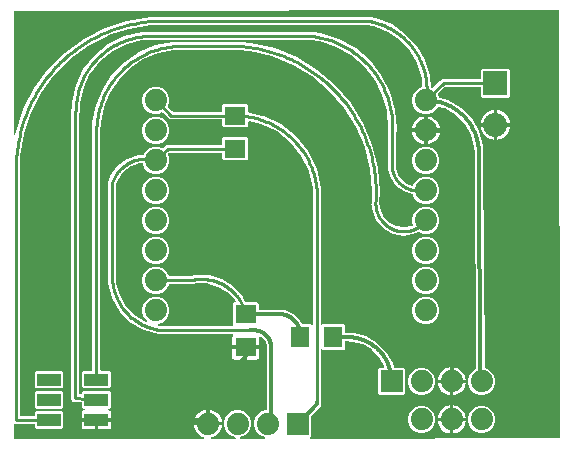
<source format=gbr>
G04 EAGLE Gerber X2 export*
%TF.Part,Single*%
%TF.FileFunction,Copper,L2,Bot,Mixed*%
%TF.FilePolarity,Positive*%
%TF.GenerationSoftware,Autodesk,EAGLE,8.6.0*%
%TF.CreationDate,2018-11-20T04:50:41Z*%
G75*
%MOMM*%
%FSLAX34Y34*%
%LPD*%
%AMOC8*
5,1,8,0,0,1.08239X$1,22.5*%
G01*
%ADD10R,1.879600X1.879600*%
%ADD11C,1.879600*%
%ADD12R,1.800000X1.600000*%
%ADD13R,1.600000X1.800000*%
%ADD14R,2.000000X1.100000*%
%ADD15R,2.032000X2.032000*%
%ADD16C,2.032000*%
%ADD17C,0.254000*%
%ADD18C,0.304800*%
%ADD19C,0.609600*%

G36*
X165044Y4077D02*
X165044Y4077D01*
X165047Y4078D01*
X165050Y4077D01*
X165169Y4098D01*
X165286Y4117D01*
X165289Y4119D01*
X165293Y4120D01*
X165400Y4178D01*
X165504Y4233D01*
X165506Y4235D01*
X165509Y4237D01*
X165591Y4325D01*
X165673Y4411D01*
X165674Y4415D01*
X165676Y4417D01*
X165725Y4524D01*
X165776Y4635D01*
X165776Y4638D01*
X165778Y4641D01*
X165790Y4760D01*
X165803Y4879D01*
X165802Y4882D01*
X165802Y4886D01*
X165775Y5004D01*
X165750Y5119D01*
X165748Y5122D01*
X165748Y5126D01*
X165684Y5229D01*
X165624Y5330D01*
X165621Y5333D01*
X165619Y5335D01*
X165527Y5413D01*
X165436Y5490D01*
X165433Y5491D01*
X165431Y5493D01*
X165278Y5563D01*
X164073Y5954D01*
X162399Y6807D01*
X160878Y7912D01*
X159550Y9240D01*
X158445Y10761D01*
X157592Y12435D01*
X157011Y14222D01*
X156810Y15495D01*
X167894Y15495D01*
X167914Y15498D01*
X167933Y15496D01*
X168035Y15518D01*
X168137Y15535D01*
X168154Y15544D01*
X168174Y15548D01*
X168263Y15601D01*
X168354Y15650D01*
X168368Y15664D01*
X168385Y15674D01*
X168452Y15753D01*
X168523Y15828D01*
X168532Y15846D01*
X168545Y15861D01*
X168583Y15957D01*
X168627Y16051D01*
X168629Y16071D01*
X168637Y16089D01*
X168655Y16256D01*
X168655Y17019D01*
X168657Y17019D01*
X168657Y16256D01*
X168660Y16236D01*
X168658Y16217D01*
X168680Y16115D01*
X168697Y16013D01*
X168706Y15996D01*
X168710Y15976D01*
X168763Y15887D01*
X168812Y15796D01*
X168826Y15782D01*
X168836Y15765D01*
X168915Y15698D01*
X168990Y15627D01*
X169008Y15618D01*
X169023Y15605D01*
X169119Y15566D01*
X169213Y15523D01*
X169233Y15521D01*
X169251Y15513D01*
X169418Y15495D01*
X180502Y15495D01*
X180301Y14222D01*
X179720Y12435D01*
X178867Y10761D01*
X177762Y9240D01*
X176434Y7912D01*
X174913Y6807D01*
X173239Y5954D01*
X172071Y5574D01*
X172066Y5572D01*
X172062Y5571D01*
X171957Y5516D01*
X171852Y5462D01*
X171849Y5458D01*
X171845Y5456D01*
X171763Y5370D01*
X171681Y5285D01*
X171679Y5281D01*
X171676Y5277D01*
X171625Y5169D01*
X171575Y5063D01*
X171574Y5058D01*
X171572Y5054D01*
X171559Y4936D01*
X171545Y4819D01*
X171546Y4814D01*
X171546Y4810D01*
X171571Y4694D01*
X171595Y4578D01*
X171597Y4574D01*
X171598Y4569D01*
X171660Y4467D01*
X171719Y4365D01*
X171722Y4362D01*
X171725Y4358D01*
X171816Y4281D01*
X171904Y4204D01*
X171908Y4202D01*
X171912Y4199D01*
X172022Y4155D01*
X172131Y4109D01*
X172136Y4109D01*
X172140Y4107D01*
X172307Y4089D01*
X191498Y4120D01*
X191594Y4136D01*
X191690Y4145D01*
X191714Y4156D01*
X191741Y4160D01*
X191826Y4206D01*
X191915Y4245D01*
X191934Y4263D01*
X191958Y4276D01*
X192024Y4346D01*
X192096Y4412D01*
X192109Y4435D01*
X192127Y4454D01*
X192168Y4542D01*
X192214Y4627D01*
X192219Y4653D01*
X192230Y4678D01*
X192241Y4774D01*
X192258Y4869D01*
X192254Y4896D01*
X192257Y4922D01*
X192236Y5017D01*
X192222Y5112D01*
X192210Y5136D01*
X192204Y5162D01*
X192155Y5245D01*
X192111Y5332D01*
X192092Y5350D01*
X192078Y5373D01*
X192004Y5436D01*
X191935Y5504D01*
X191906Y5520D01*
X191891Y5533D01*
X191860Y5545D01*
X191788Y5585D01*
X187581Y7328D01*
X184366Y10543D01*
X182625Y14744D01*
X182625Y19292D01*
X184366Y23493D01*
X187581Y26708D01*
X191782Y28449D01*
X196330Y28449D01*
X200531Y26708D01*
X203746Y23493D01*
X205487Y19292D01*
X205487Y14744D01*
X203746Y10543D01*
X200531Y7328D01*
X196344Y5593D01*
X196261Y5542D01*
X196174Y5496D01*
X196157Y5477D01*
X196135Y5464D01*
X196073Y5388D01*
X196005Y5317D01*
X195994Y5294D01*
X195978Y5274D01*
X195943Y5183D01*
X195902Y5094D01*
X195899Y5068D01*
X195890Y5044D01*
X195886Y4947D01*
X195875Y4849D01*
X195881Y4824D01*
X195879Y4799D01*
X195907Y4705D01*
X195928Y4609D01*
X195941Y4587D01*
X195948Y4562D01*
X196004Y4482D01*
X196054Y4398D01*
X196074Y4381D01*
X196088Y4360D01*
X196167Y4302D01*
X196241Y4238D01*
X196265Y4229D01*
X196286Y4214D01*
X196379Y4183D01*
X196470Y4147D01*
X196501Y4143D01*
X196520Y4137D01*
X196553Y4138D01*
X196637Y4129D01*
X216799Y4161D01*
X216894Y4177D01*
X216991Y4186D01*
X217015Y4197D01*
X217042Y4202D01*
X217127Y4247D01*
X217215Y4286D01*
X217235Y4304D01*
X217259Y4317D01*
X217325Y4387D01*
X217397Y4453D01*
X217409Y4476D01*
X217428Y4496D01*
X217468Y4583D01*
X217515Y4668D01*
X217520Y4695D01*
X217531Y4719D01*
X217542Y4815D01*
X217559Y4910D01*
X217555Y4937D01*
X217558Y4963D01*
X217537Y5058D01*
X217523Y5154D01*
X217511Y5177D01*
X217505Y5204D01*
X217455Y5287D01*
X217412Y5373D01*
X217392Y5392D01*
X217379Y5415D01*
X217305Y5477D01*
X217236Y5545D01*
X217207Y5561D01*
X217191Y5574D01*
X217161Y5586D01*
X217089Y5626D01*
X212981Y7328D01*
X209766Y10543D01*
X208025Y14744D01*
X208025Y19292D01*
X209766Y23493D01*
X212981Y26708D01*
X217182Y28449D01*
X217932Y28449D01*
X217952Y28452D01*
X217971Y28450D01*
X218073Y28472D01*
X218175Y28488D01*
X218192Y28498D01*
X218212Y28502D01*
X218301Y28555D01*
X218392Y28604D01*
X218406Y28618D01*
X218423Y28628D01*
X218490Y28707D01*
X218562Y28782D01*
X218570Y28800D01*
X218583Y28815D01*
X218622Y28911D01*
X218665Y29005D01*
X218667Y29025D01*
X218675Y29043D01*
X218693Y29210D01*
X218693Y81788D01*
X218689Y81814D01*
X218690Y81863D01*
X218499Y83795D01*
X218492Y83823D01*
X218492Y83851D01*
X218445Y84012D01*
X216966Y87583D01*
X216931Y87639D01*
X216906Y87699D01*
X216854Y87764D01*
X216836Y87792D01*
X216821Y87804D01*
X216801Y87830D01*
X214068Y90563D01*
X214015Y90601D01*
X213968Y90647D01*
X213895Y90687D01*
X213868Y90706D01*
X213849Y90712D01*
X213821Y90728D01*
X213290Y90948D01*
X213269Y90953D01*
X213249Y90963D01*
X213149Y90981D01*
X213051Y91004D01*
X213029Y91002D01*
X213007Y91006D01*
X212907Y90990D01*
X212806Y90981D01*
X212786Y90972D01*
X212764Y90968D01*
X212674Y90922D01*
X212581Y90881D01*
X212565Y90866D01*
X212545Y90856D01*
X212475Y90783D01*
X212400Y90714D01*
X212389Y90695D01*
X212374Y90679D01*
X212330Y90588D01*
X212281Y90499D01*
X212278Y90477D01*
X212268Y90457D01*
X212256Y90357D01*
X212238Y90257D01*
X212241Y90235D01*
X212238Y90213D01*
X212252Y90127D01*
X212252Y83281D01*
X201473Y83281D01*
X201453Y83278D01*
X201433Y83280D01*
X201332Y83258D01*
X201230Y83241D01*
X201213Y83232D01*
X201193Y83228D01*
X201104Y83175D01*
X201013Y83126D01*
X200999Y83112D01*
X200982Y83102D01*
X200915Y83023D01*
X200843Y82948D01*
X200835Y82930D01*
X200822Y82915D01*
X200783Y82819D01*
X200740Y82725D01*
X200738Y82705D01*
X200730Y82687D01*
X200712Y82520D01*
X200712Y81757D01*
X200710Y81757D01*
X200710Y82520D01*
X200707Y82540D01*
X200709Y82559D01*
X200687Y82661D01*
X200670Y82763D01*
X200661Y82780D01*
X200657Y82800D01*
X200603Y82889D01*
X200555Y82980D01*
X200541Y82994D01*
X200530Y83011D01*
X200452Y83078D01*
X200377Y83149D01*
X200359Y83158D01*
X200344Y83171D01*
X200247Y83210D01*
X200154Y83253D01*
X200134Y83255D01*
X200115Y83263D01*
X199949Y83281D01*
X189170Y83281D01*
X189170Y90092D01*
X189343Y90739D01*
X189678Y91318D01*
X189769Y91410D01*
X189811Y91468D01*
X189861Y91520D01*
X189883Y91567D01*
X189913Y91609D01*
X189934Y91678D01*
X189964Y91743D01*
X189970Y91795D01*
X189985Y91844D01*
X189983Y91916D01*
X189991Y91987D01*
X189980Y92038D01*
X189979Y92090D01*
X189954Y92158D01*
X189939Y92228D01*
X189912Y92273D01*
X189895Y92321D01*
X189850Y92377D01*
X189813Y92439D01*
X189773Y92473D01*
X189741Y92513D01*
X189681Y92552D01*
X189626Y92599D01*
X189578Y92618D01*
X189534Y92646D01*
X189464Y92664D01*
X189398Y92691D01*
X189327Y92699D01*
X189295Y92707D01*
X189272Y92705D01*
X189231Y92709D01*
X127337Y92709D01*
X114740Y96085D01*
X103445Y102606D01*
X94224Y111827D01*
X87703Y123122D01*
X84327Y135719D01*
X84327Y219732D01*
X84311Y219829D01*
X84302Y219927D01*
X84291Y219956D01*
X84288Y219974D01*
X84272Y220003D01*
X84241Y220083D01*
X84069Y220414D01*
X84292Y221123D01*
X84297Y221155D01*
X84309Y221185D01*
X84327Y221351D01*
X84327Y222094D01*
X84591Y222358D01*
X84649Y222438D01*
X84711Y222514D01*
X84724Y222543D01*
X84735Y222558D01*
X84745Y222590D01*
X84779Y222668D01*
X86045Y226683D01*
X92091Y235159D01*
X100460Y241351D01*
X105057Y242890D01*
X105058Y242890D01*
X107333Y243651D01*
X109608Y244412D01*
X110333Y244655D01*
X113767Y244684D01*
X113879Y244704D01*
X113992Y244720D01*
X114000Y244725D01*
X114010Y244726D01*
X114109Y244780D01*
X114211Y244832D01*
X114218Y244839D01*
X114226Y244843D01*
X114303Y244926D01*
X114383Y245007D01*
X114389Y245018D01*
X114394Y245023D01*
X114404Y245045D01*
X114464Y245154D01*
X115024Y246505D01*
X118239Y249720D01*
X122440Y251461D01*
X126988Y251461D01*
X129690Y250341D01*
X129804Y250315D01*
X129917Y250286D01*
X129923Y250287D01*
X129930Y250285D01*
X130046Y250296D01*
X130162Y250305D01*
X130168Y250308D01*
X130174Y250308D01*
X130282Y250356D01*
X130389Y250402D01*
X130395Y250406D01*
X130399Y250408D01*
X130413Y250421D01*
X130520Y250506D01*
X133222Y253209D01*
X180230Y253209D01*
X180250Y253212D01*
X180269Y253210D01*
X180371Y253232D01*
X180473Y253248D01*
X180490Y253258D01*
X180510Y253262D01*
X180599Y253315D01*
X180690Y253364D01*
X180704Y253378D01*
X180721Y253388D01*
X180788Y253467D01*
X180860Y253542D01*
X180868Y253560D01*
X180881Y253575D01*
X180920Y253671D01*
X180963Y253765D01*
X180965Y253785D01*
X180973Y253803D01*
X180991Y253970D01*
X180991Y258748D01*
X182182Y259939D01*
X201866Y259939D01*
X203057Y258748D01*
X203057Y241064D01*
X201866Y239873D01*
X182182Y239873D01*
X180991Y241064D01*
X180991Y245842D01*
X180988Y245862D01*
X180990Y245881D01*
X180968Y245983D01*
X180952Y246085D01*
X180942Y246102D01*
X180938Y246122D01*
X180885Y246211D01*
X180836Y246302D01*
X180822Y246316D01*
X180812Y246333D01*
X180733Y246400D01*
X180658Y246472D01*
X180640Y246480D01*
X180625Y246493D01*
X180529Y246532D01*
X180435Y246575D01*
X180415Y246577D01*
X180397Y246585D01*
X180230Y246603D01*
X136273Y246603D01*
X136183Y246589D01*
X136092Y246581D01*
X136063Y246569D01*
X136031Y246564D01*
X135950Y246521D01*
X135866Y246485D01*
X135834Y246459D01*
X135813Y246448D01*
X135791Y246425D01*
X135735Y246380D01*
X135190Y245836D01*
X135122Y245740D01*
X135052Y245647D01*
X135050Y245641D01*
X135047Y245636D01*
X135013Y245525D01*
X134976Y245413D01*
X134976Y245407D01*
X134974Y245401D01*
X134978Y245284D01*
X134979Y245167D01*
X134981Y245160D01*
X134981Y245155D01*
X134987Y245138D01*
X135025Y245006D01*
X136145Y242304D01*
X136145Y237756D01*
X134404Y233555D01*
X131189Y230340D01*
X126988Y228599D01*
X122440Y228599D01*
X118239Y230340D01*
X115024Y233555D01*
X113478Y237286D01*
X113415Y237389D01*
X113352Y237491D01*
X113350Y237493D01*
X113348Y237495D01*
X113256Y237571D01*
X113164Y237649D01*
X113161Y237650D01*
X113159Y237652D01*
X113048Y237695D01*
X112935Y237739D01*
X112931Y237739D01*
X112929Y237740D01*
X112919Y237741D01*
X112768Y237756D01*
X111609Y237746D01*
X111574Y237740D01*
X111538Y237742D01*
X111374Y237707D01*
X110701Y237481D01*
X108426Y236720D01*
X106150Y235959D01*
X103875Y235198D01*
X103809Y235175D01*
X103777Y235159D01*
X103743Y235150D01*
X103598Y235065D01*
X97185Y230320D01*
X97160Y230295D01*
X97130Y230275D01*
X97018Y230150D01*
X92385Y223656D01*
X92383Y223651D01*
X92379Y223647D01*
X92299Y223499D01*
X90988Y220255D01*
X90981Y220224D01*
X90978Y220217D01*
X90977Y220203D01*
X90974Y220194D01*
X90951Y220136D01*
X90941Y220047D01*
X90934Y220015D01*
X90936Y219998D01*
X90933Y219970D01*
X90933Y142240D01*
X90936Y142221D01*
X90934Y142190D01*
X91295Y136687D01*
X91300Y136664D01*
X91319Y136539D01*
X94168Y125908D01*
X94175Y125893D01*
X94177Y125878D01*
X94244Y125724D01*
X99748Y116192D01*
X99758Y116179D01*
X99764Y116165D01*
X99869Y116034D01*
X107652Y108251D01*
X107665Y108242D01*
X107674Y108229D01*
X107810Y108130D01*
X116144Y103318D01*
X116167Y103309D01*
X116187Y103295D01*
X116282Y103266D01*
X116375Y103231D01*
X116399Y103230D01*
X116422Y103223D01*
X116521Y103225D01*
X116620Y103222D01*
X116643Y103228D01*
X116668Y103229D01*
X116761Y103263D01*
X116856Y103291D01*
X116876Y103305D01*
X116899Y103313D01*
X116976Y103376D01*
X117058Y103433D01*
X117072Y103452D01*
X117091Y103467D01*
X117144Y103551D01*
X117203Y103631D01*
X117211Y103654D01*
X117224Y103674D01*
X117248Y103770D01*
X117278Y103865D01*
X117278Y103889D01*
X117284Y103913D01*
X117276Y104011D01*
X117274Y104111D01*
X117266Y104134D01*
X117265Y104158D01*
X117226Y104249D01*
X117192Y104343D01*
X117178Y104362D01*
X117168Y104384D01*
X117063Y104515D01*
X115024Y106555D01*
X113283Y110756D01*
X113283Y115304D01*
X115024Y119505D01*
X118239Y122720D01*
X122440Y124461D01*
X126988Y124461D01*
X131189Y122720D01*
X134404Y119505D01*
X136145Y115304D01*
X136145Y110756D01*
X134404Y106555D01*
X131189Y103340D01*
X126988Y101599D01*
X126857Y101599D01*
X126833Y101595D01*
X126809Y101598D01*
X126712Y101576D01*
X126614Y101560D01*
X126593Y101548D01*
X126569Y101543D01*
X126484Y101491D01*
X126397Y101444D01*
X126380Y101427D01*
X126359Y101414D01*
X126296Y101338D01*
X126227Y101266D01*
X126217Y101244D01*
X126202Y101226D01*
X126166Y101133D01*
X126124Y101043D01*
X126121Y101019D01*
X126112Y100997D01*
X126107Y100897D01*
X126097Y100799D01*
X126102Y100775D01*
X126100Y100751D01*
X126128Y100655D01*
X126149Y100558D01*
X126161Y100538D01*
X126168Y100514D01*
X126224Y100432D01*
X126275Y100347D01*
X126293Y100331D01*
X126307Y100312D01*
X126386Y100252D01*
X126462Y100187D01*
X126484Y100178D01*
X126503Y100164D01*
X126660Y100103D01*
X128157Y99701D01*
X128181Y99699D01*
X128305Y99677D01*
X133808Y99316D01*
X133827Y99318D01*
X133858Y99315D01*
X189442Y99315D01*
X189512Y99326D01*
X189584Y99328D01*
X189633Y99346D01*
X189684Y99354D01*
X189748Y99388D01*
X189815Y99413D01*
X189856Y99445D01*
X189902Y99470D01*
X189951Y99522D01*
X190007Y99566D01*
X190035Y99610D01*
X190071Y99648D01*
X190101Y99713D01*
X190140Y99773D01*
X190153Y99824D01*
X190175Y99871D01*
X190183Y99942D01*
X190200Y100012D01*
X190196Y100064D01*
X190202Y100115D01*
X190186Y100186D01*
X190181Y100257D01*
X190161Y100305D01*
X190149Y100356D01*
X190113Y100417D01*
X190085Y100483D01*
X190040Y100539D01*
X190023Y100567D01*
X190006Y100582D01*
X189980Y100614D01*
X189678Y100916D01*
X189678Y118600D01*
X190869Y119791D01*
X191437Y119791D01*
X191520Y119804D01*
X191604Y119809D01*
X191641Y119824D01*
X191680Y119830D01*
X191754Y119870D01*
X191832Y119901D01*
X191862Y119927D01*
X191897Y119946D01*
X191955Y120007D01*
X192019Y120061D01*
X192039Y120095D01*
X192067Y120124D01*
X192102Y120200D01*
X192145Y120273D01*
X192154Y120311D01*
X192170Y120347D01*
X192180Y120431D01*
X192197Y120513D01*
X192193Y120552D01*
X192197Y120591D01*
X192179Y120674D01*
X192170Y120758D01*
X192151Y120805D01*
X192145Y120832D01*
X192130Y120858D01*
X192107Y120913D01*
X191824Y121439D01*
X191815Y121451D01*
X191809Y121466D01*
X191708Y121600D01*
X185523Y128159D01*
X185510Y128169D01*
X185501Y128182D01*
X185369Y128285D01*
X177697Y133020D01*
X177682Y133026D01*
X177670Y133036D01*
X177516Y133102D01*
X168880Y135690D01*
X168864Y135692D01*
X168850Y135698D01*
X168684Y135722D01*
X159672Y135987D01*
X159648Y135984D01*
X159523Y135977D01*
X156098Y135400D01*
X156072Y135390D01*
X156044Y135388D01*
X155956Y135351D01*
X155866Y135320D01*
X155843Y135303D01*
X155818Y135292D01*
X155687Y135187D01*
X155627Y135127D01*
X154733Y135127D01*
X154729Y135127D01*
X154724Y135127D01*
X154558Y135107D01*
X153688Y134901D01*
X153505Y135014D01*
X153503Y135015D01*
X153500Y135017D01*
X153387Y135063D01*
X153278Y135107D01*
X153275Y135108D01*
X153272Y135109D01*
X153106Y135127D01*
X136227Y135127D01*
X136112Y135108D01*
X135996Y135091D01*
X135991Y135089D01*
X135984Y135088D01*
X135882Y135033D01*
X135777Y134980D01*
X135773Y134975D01*
X135767Y134972D01*
X135687Y134888D01*
X135605Y134804D01*
X135601Y134798D01*
X135598Y134794D01*
X135590Y134777D01*
X135524Y134657D01*
X134404Y131955D01*
X131189Y128740D01*
X126988Y126999D01*
X122440Y126999D01*
X118239Y128740D01*
X115024Y131955D01*
X113283Y136156D01*
X113283Y140704D01*
X115024Y144905D01*
X118239Y148120D01*
X122440Y149861D01*
X126988Y149861D01*
X131189Y148120D01*
X134404Y144905D01*
X135524Y142203D01*
X135585Y142103D01*
X135645Y142003D01*
X135650Y141999D01*
X135653Y141994D01*
X135743Y141919D01*
X135832Y141843D01*
X135838Y141841D01*
X135843Y141837D01*
X135951Y141795D01*
X136060Y141751D01*
X136068Y141750D01*
X136073Y141749D01*
X136091Y141748D01*
X136227Y141733D01*
X153784Y141733D01*
X153789Y141733D01*
X153793Y141733D01*
X153960Y141753D01*
X158866Y142915D01*
X169895Y142590D01*
X180463Y139423D01*
X189852Y133627D01*
X197421Y125600D01*
X200335Y120191D01*
X200383Y120129D01*
X200424Y120061D01*
X200458Y120032D01*
X200485Y119996D01*
X200551Y119952D01*
X200611Y119901D01*
X200652Y119884D01*
X200690Y119859D01*
X200766Y119839D01*
X200839Y119809D01*
X200898Y119803D01*
X200927Y119795D01*
X200954Y119796D01*
X201005Y119791D01*
X210553Y119791D01*
X211744Y118600D01*
X211744Y114076D01*
X211747Y114056D01*
X211745Y114037D01*
X211767Y113935D01*
X211783Y113833D01*
X211793Y113816D01*
X211797Y113796D01*
X211850Y113707D01*
X211898Y113616D01*
X211913Y113602D01*
X211923Y113585D01*
X212002Y113518D01*
X212077Y113446D01*
X212095Y113438D01*
X212110Y113425D01*
X212206Y113386D01*
X212300Y113343D01*
X212320Y113341D01*
X212338Y113333D01*
X212505Y113315D01*
X233679Y113315D01*
X241241Y110182D01*
X247028Y104395D01*
X248003Y102041D01*
X248065Y101941D01*
X248125Y101841D01*
X248130Y101837D01*
X248133Y101832D01*
X248223Y101757D01*
X248312Y101681D01*
X248318Y101679D01*
X248323Y101675D01*
X248431Y101633D01*
X248540Y101589D01*
X248548Y101588D01*
X248552Y101587D01*
X248570Y101586D01*
X248707Y101571D01*
X249929Y101571D01*
X249992Y101516D01*
X250022Y101504D01*
X250048Y101485D01*
X250135Y101459D01*
X250220Y101424D01*
X250261Y101420D01*
X250283Y101413D01*
X250316Y101414D01*
X250387Y101406D01*
X255751Y101406D01*
X256510Y100647D01*
X256568Y100605D01*
X256620Y100556D01*
X256667Y100534D01*
X256709Y100503D01*
X256778Y100482D01*
X256843Y100452D01*
X256895Y100446D01*
X256945Y100431D01*
X257016Y100433D01*
X257087Y100425D01*
X257138Y100436D01*
X257190Y100437D01*
X257258Y100462D01*
X257328Y100477D01*
X257373Y100504D01*
X257421Y100522D01*
X257477Y100567D01*
X257539Y100603D01*
X257573Y100643D01*
X257613Y100676D01*
X257652Y100736D01*
X257699Y100790D01*
X257718Y100839D01*
X257746Y100882D01*
X257764Y100952D01*
X257791Y101019D01*
X257799Y101090D01*
X257807Y101121D01*
X257805Y101144D01*
X257809Y101185D01*
X257809Y208818D01*
X257807Y208834D01*
X257808Y208861D01*
X257399Y216141D01*
X257392Y216173D01*
X257381Y216268D01*
X254141Y230463D01*
X254141Y230465D01*
X254141Y230466D01*
X254085Y230624D01*
X247767Y243743D01*
X247766Y243744D01*
X247766Y243746D01*
X247677Y243887D01*
X238598Y255272D01*
X238597Y255272D01*
X238596Y255274D01*
X238478Y255392D01*
X227093Y264471D01*
X227092Y264471D01*
X227091Y264472D01*
X226949Y264561D01*
X213830Y270879D01*
X213829Y270879D01*
X213828Y270880D01*
X213669Y270935D01*
X213396Y270998D01*
X210061Y271759D01*
X206726Y272520D01*
X203987Y273145D01*
X203883Y273152D01*
X203779Y273163D01*
X203760Y273159D01*
X203742Y273160D01*
X203641Y273133D01*
X203538Y273111D01*
X203522Y273101D01*
X203504Y273097D01*
X203417Y273039D01*
X203327Y272985D01*
X203315Y272971D01*
X203300Y272960D01*
X203235Y272878D01*
X203167Y272798D01*
X203160Y272781D01*
X203149Y272766D01*
X203115Y272667D01*
X203075Y272570D01*
X203073Y272547D01*
X203068Y272534D01*
X203068Y272502D01*
X203057Y272403D01*
X203057Y269064D01*
X201866Y267873D01*
X182182Y267873D01*
X180991Y269064D01*
X180991Y273842D01*
X180988Y273862D01*
X180990Y273881D01*
X180968Y273983D01*
X180952Y274085D01*
X180942Y274102D01*
X180938Y274122D01*
X180885Y274211D01*
X180836Y274302D01*
X180822Y274316D01*
X180812Y274333D01*
X180733Y274400D01*
X180658Y274472D01*
X180640Y274480D01*
X180625Y274493D01*
X180529Y274532D01*
X180435Y274575D01*
X180415Y274577D01*
X180397Y274585D01*
X180230Y274603D01*
X136270Y274603D01*
X130520Y280354D01*
X130425Y280422D01*
X130331Y280492D01*
X130325Y280494D01*
X130320Y280497D01*
X130209Y280531D01*
X130097Y280568D01*
X130091Y280568D01*
X130085Y280570D01*
X129968Y280566D01*
X129851Y280565D01*
X129844Y280563D01*
X129839Y280563D01*
X129822Y280557D01*
X129690Y280519D01*
X126988Y279399D01*
X122440Y279399D01*
X118239Y281140D01*
X115024Y284355D01*
X113283Y288556D01*
X113283Y293104D01*
X115024Y297305D01*
X118239Y300520D01*
X122440Y302261D01*
X126988Y302261D01*
X131189Y300520D01*
X134404Y297305D01*
X136145Y293104D01*
X136145Y288556D01*
X135025Y285854D01*
X134999Y285740D01*
X134970Y285627D01*
X134971Y285621D01*
X134969Y285614D01*
X134980Y285498D01*
X134989Y285382D01*
X134992Y285376D01*
X134992Y285370D01*
X135040Y285262D01*
X135086Y285155D01*
X135090Y285149D01*
X135092Y285145D01*
X135105Y285131D01*
X135190Y285024D01*
X138783Y281432D01*
X138857Y281379D01*
X138926Y281319D01*
X138957Y281307D01*
X138983Y281288D01*
X139070Y281261D01*
X139155Y281227D01*
X139196Y281223D01*
X139218Y281216D01*
X139250Y281217D01*
X139321Y281209D01*
X180230Y281209D01*
X180250Y281212D01*
X180269Y281210D01*
X180371Y281232D01*
X180473Y281248D01*
X180490Y281258D01*
X180510Y281262D01*
X180599Y281315D01*
X180690Y281364D01*
X180704Y281378D01*
X180721Y281388D01*
X180788Y281467D01*
X180860Y281542D01*
X180868Y281560D01*
X180881Y281575D01*
X180920Y281671D01*
X180963Y281765D01*
X180965Y281785D01*
X180973Y281803D01*
X180991Y281970D01*
X180991Y286748D01*
X182182Y287939D01*
X201866Y287939D01*
X203057Y286748D01*
X203057Y281159D01*
X203066Y281102D01*
X203066Y281044D01*
X203086Y280981D01*
X203096Y280917D01*
X203124Y280865D01*
X203142Y280810D01*
X203181Y280757D01*
X203212Y280699D01*
X203254Y280659D01*
X203288Y280613D01*
X203342Y280575D01*
X203390Y280530D01*
X203443Y280505D01*
X203490Y280472D01*
X203584Y280440D01*
X203613Y280426D01*
X203627Y280425D01*
X203649Y280417D01*
X204733Y280170D01*
X208069Y279408D01*
X211404Y278647D01*
X214739Y277886D01*
X216084Y277579D01*
X230782Y270501D01*
X243536Y260330D01*
X253707Y247576D01*
X260785Y232878D01*
X264415Y216975D01*
X264415Y101592D01*
X264426Y101521D01*
X264428Y101449D01*
X264446Y101400D01*
X264454Y101349D01*
X264488Y101286D01*
X264513Y101218D01*
X264545Y101178D01*
X264570Y101132D01*
X264622Y101082D01*
X264666Y101026D01*
X264710Y100998D01*
X264748Y100962D01*
X264813Y100932D01*
X264873Y100893D01*
X264924Y100880D01*
X264971Y100859D01*
X265042Y100851D01*
X265112Y100833D01*
X265164Y100837D01*
X265215Y100831D01*
X265286Y100847D01*
X265357Y100852D01*
X265405Y100873D01*
X265456Y100884D01*
X265517Y100921D01*
X265583Y100949D01*
X265639Y100993D01*
X265667Y101010D01*
X265682Y101028D01*
X265714Y101053D01*
X266067Y101406D01*
X283751Y101406D01*
X284942Y100215D01*
X284942Y94691D01*
X284945Y94671D01*
X284943Y94652D01*
X284965Y94550D01*
X284981Y94448D01*
X284991Y94431D01*
X284995Y94411D01*
X285048Y94322D01*
X285096Y94231D01*
X285111Y94217D01*
X285121Y94200D01*
X285200Y94133D01*
X285275Y94062D01*
X285293Y94053D01*
X285308Y94040D01*
X285404Y94002D01*
X285498Y93958D01*
X285518Y93956D01*
X285536Y93948D01*
X285703Y93930D01*
X292227Y93930D01*
X302680Y91129D01*
X312052Y85718D01*
X319703Y78067D01*
X325114Y68695D01*
X326150Y64827D01*
X326169Y64787D01*
X326178Y64744D01*
X326219Y64676D01*
X326252Y64603D01*
X326282Y64571D01*
X326304Y64533D01*
X326365Y64481D01*
X326419Y64423D01*
X326458Y64402D01*
X326491Y64373D01*
X326565Y64343D01*
X326635Y64305D01*
X326678Y64298D01*
X326719Y64281D01*
X326864Y64265D01*
X326878Y64263D01*
X326881Y64263D01*
X326886Y64263D01*
X334598Y64263D01*
X335789Y63072D01*
X335789Y42592D01*
X334598Y41401D01*
X314118Y41401D01*
X312927Y42592D01*
X312927Y63072D01*
X314118Y64263D01*
X317651Y64263D01*
X317768Y64282D01*
X317886Y64300D01*
X317890Y64302D01*
X317894Y64302D01*
X317998Y64358D01*
X318104Y64413D01*
X318107Y64416D01*
X318111Y64418D01*
X318192Y64503D01*
X318276Y64589D01*
X318278Y64593D01*
X318280Y64596D01*
X318330Y64703D01*
X318382Y64811D01*
X318382Y64815D01*
X318384Y64819D01*
X318397Y64935D01*
X318412Y65055D01*
X318411Y65060D01*
X318411Y65063D01*
X318408Y65077D01*
X318386Y65221D01*
X318246Y65743D01*
X318240Y65757D01*
X318238Y65773D01*
X318170Y65927D01*
X313834Y73438D01*
X313824Y73450D01*
X313818Y73464D01*
X313713Y73595D01*
X307580Y79728D01*
X307567Y79737D01*
X307558Y79750D01*
X307422Y79849D01*
X299911Y84185D01*
X299897Y84191D01*
X299884Y84201D01*
X299728Y84262D01*
X291350Y86506D01*
X291327Y86509D01*
X291203Y86531D01*
X286867Y86815D01*
X286848Y86813D01*
X286817Y86816D01*
X285703Y86816D01*
X285683Y86813D01*
X285663Y86815D01*
X285562Y86793D01*
X285460Y86777D01*
X285442Y86767D01*
X285423Y86763D01*
X285334Y86710D01*
X285243Y86662D01*
X285229Y86647D01*
X285212Y86637D01*
X285144Y86558D01*
X285073Y86483D01*
X285065Y86465D01*
X285052Y86450D01*
X285013Y86354D01*
X284970Y86260D01*
X284967Y86240D01*
X284960Y86222D01*
X284942Y86055D01*
X284942Y80531D01*
X283751Y79340D01*
X266067Y79340D01*
X265714Y79693D01*
X265656Y79735D01*
X265604Y79784D01*
X265557Y79806D01*
X265515Y79837D01*
X265446Y79858D01*
X265381Y79888D01*
X265329Y79894D01*
X265279Y79909D01*
X265208Y79907D01*
X265137Y79915D01*
X265086Y79904D01*
X265034Y79903D01*
X264966Y79878D01*
X264896Y79863D01*
X264851Y79836D01*
X264803Y79818D01*
X264747Y79773D01*
X264685Y79736D01*
X264651Y79697D01*
X264611Y79664D01*
X264572Y79604D01*
X264525Y79550D01*
X264506Y79501D01*
X264478Y79457D01*
X264460Y79388D01*
X264433Y79321D01*
X264425Y79250D01*
X264417Y79219D01*
X264419Y79196D01*
X264415Y79155D01*
X264415Y37349D01*
X264429Y37258D01*
X264437Y37168D01*
X264449Y37138D01*
X264454Y37106D01*
X264497Y37025D01*
X264533Y36941D01*
X264559Y36909D01*
X264570Y36888D01*
X264593Y36866D01*
X264638Y36810D01*
X264669Y36779D01*
X264669Y31801D01*
X256510Y23642D01*
X256457Y23568D01*
X256397Y23498D01*
X256385Y23468D01*
X256366Y23442D01*
X256339Y23355D01*
X256305Y23270D01*
X256301Y23229D01*
X256294Y23207D01*
X256295Y23175D01*
X256287Y23103D01*
X256287Y6778D01*
X255033Y5524D01*
X254991Y5465D01*
X254941Y5413D01*
X254919Y5366D01*
X254889Y5324D01*
X254868Y5255D01*
X254837Y5189D01*
X254832Y5138D01*
X254817Y5089D01*
X254819Y5017D01*
X254811Y4945D01*
X254822Y4895D01*
X254823Y4843D01*
X254848Y4775D01*
X254863Y4705D01*
X254890Y4661D01*
X254908Y4612D01*
X254953Y4556D01*
X254990Y4494D01*
X255029Y4460D01*
X255061Y4420D01*
X255122Y4381D01*
X255177Y4334D01*
X255225Y4315D01*
X255268Y4287D01*
X255338Y4270D01*
X255405Y4243D01*
X255476Y4235D01*
X255507Y4227D01*
X255530Y4229D01*
X255572Y4224D01*
X465832Y4566D01*
X465851Y4569D01*
X465871Y4567D01*
X465972Y4589D01*
X466074Y4606D01*
X466092Y4616D01*
X466111Y4620D01*
X466200Y4673D01*
X466292Y4722D01*
X466305Y4736D01*
X466322Y4746D01*
X466389Y4825D01*
X466461Y4900D01*
X466469Y4918D01*
X466482Y4933D01*
X466520Y5029D01*
X466564Y5124D01*
X466566Y5143D01*
X466573Y5162D01*
X466592Y5328D01*
X466095Y366264D01*
X466092Y366284D01*
X466094Y366303D01*
X466072Y366405D01*
X466055Y366507D01*
X466046Y366524D01*
X466041Y366544D01*
X465988Y366633D01*
X465939Y366724D01*
X465925Y366738D01*
X465915Y366755D01*
X465836Y366822D01*
X465761Y366893D01*
X465743Y366901D01*
X465728Y366914D01*
X465632Y366953D01*
X465538Y366996D01*
X465518Y366999D01*
X465500Y367006D01*
X465333Y367024D01*
X5079Y366524D01*
X5060Y366521D01*
X5041Y366523D01*
X4939Y366501D01*
X4836Y366484D01*
X4819Y366475D01*
X4800Y366471D01*
X4711Y366418D01*
X4619Y366369D01*
X4606Y366355D01*
X4589Y366345D01*
X4521Y366266D01*
X4450Y366190D01*
X4442Y366173D01*
X4429Y366158D01*
X4390Y366061D01*
X4347Y365967D01*
X4345Y365948D01*
X4337Y365930D01*
X4319Y365763D01*
X4319Y261903D01*
X4329Y261840D01*
X4329Y261776D01*
X4349Y261720D01*
X4358Y261661D01*
X4388Y261604D01*
X4409Y261544D01*
X4446Y261496D01*
X4474Y261443D01*
X4520Y261399D01*
X4559Y261349D01*
X4608Y261315D01*
X4652Y261274D01*
X4710Y261247D01*
X4763Y261211D01*
X4821Y261195D01*
X4875Y261170D01*
X4938Y261163D01*
X5000Y261146D01*
X5060Y261150D01*
X5119Y261143D01*
X5182Y261157D01*
X5246Y261160D01*
X5301Y261183D01*
X5360Y261195D01*
X5415Y261228D01*
X5474Y261252D01*
X5519Y261291D01*
X5571Y261322D01*
X5612Y261370D01*
X5661Y261411D01*
X5692Y261463D01*
X5731Y261508D01*
X5755Y261568D01*
X5788Y261622D01*
X5810Y261706D01*
X5823Y261737D01*
X5825Y261761D01*
X5832Y261784D01*
X6181Y263987D01*
X12370Y283037D01*
X21464Y300884D01*
X33238Y317089D01*
X47401Y331252D01*
X63606Y343026D01*
X81453Y352120D01*
X100503Y358309D01*
X120287Y361443D01*
X302450Y361443D01*
X302484Y361448D01*
X302518Y361446D01*
X302604Y361468D01*
X302693Y361482D01*
X302723Y361498D01*
X302756Y361507D01*
X302901Y361591D01*
X302928Y361611D01*
X303977Y361451D01*
X304010Y361452D01*
X304091Y361443D01*
X305152Y361443D01*
X305176Y361419D01*
X305204Y361399D01*
X305226Y361373D01*
X305303Y361327D01*
X305376Y361275D01*
X305408Y361265D01*
X305438Y361248D01*
X305600Y361204D01*
X311231Y360347D01*
X324312Y355192D01*
X335918Y347255D01*
X345468Y336934D01*
X352481Y324748D01*
X356606Y311306D01*
X357289Y302010D01*
X357310Y301923D01*
X357323Y301834D01*
X357339Y301804D01*
X357347Y301770D01*
X357394Y301695D01*
X357435Y301615D01*
X357459Y301591D01*
X357477Y301562D01*
X357546Y301505D01*
X357610Y301443D01*
X357649Y301422D01*
X357668Y301406D01*
X357697Y301395D01*
X357757Y301362D01*
X358290Y301141D01*
X358404Y301115D01*
X358517Y301086D01*
X358523Y301087D01*
X358530Y301085D01*
X358646Y301096D01*
X358762Y301105D01*
X358768Y301108D01*
X358774Y301108D01*
X358882Y301156D01*
X358989Y301202D01*
X358995Y301206D01*
X358999Y301208D01*
X359013Y301221D01*
X359120Y301306D01*
X364803Y306990D01*
X364853Y307059D01*
X364909Y307122D01*
X364916Y307139D01*
X365980Y308167D01*
X365983Y308171D01*
X365989Y308176D01*
X366956Y309143D01*
X368321Y309119D01*
X368326Y309120D01*
X368334Y309119D01*
X369815Y309119D01*
X369833Y309111D01*
X369883Y309105D01*
X369909Y309097D01*
X369939Y309097D01*
X369999Y309090D01*
X399275Y308582D01*
X399301Y308586D01*
X399327Y308583D01*
X399422Y308604D01*
X399518Y308618D01*
X399542Y308630D01*
X399568Y308635D01*
X399651Y308685D01*
X399738Y308729D01*
X399756Y308748D01*
X399779Y308761D01*
X399842Y308835D01*
X399910Y308904D01*
X399922Y308928D01*
X399939Y308948D01*
X399975Y309038D01*
X400017Y309126D01*
X400021Y309152D01*
X400031Y309176D01*
X400049Y309343D01*
X400049Y316056D01*
X401240Y317247D01*
X423244Y317247D01*
X424435Y316056D01*
X424435Y294052D01*
X423244Y292861D01*
X401240Y292861D01*
X400049Y294052D01*
X400049Y301214D01*
X400047Y301227D01*
X400049Y301240D01*
X400027Y301348D01*
X400010Y301457D01*
X400003Y301468D01*
X400001Y301482D01*
X399946Y301577D01*
X399894Y301674D01*
X399885Y301683D01*
X399878Y301695D01*
X399796Y301768D01*
X399716Y301844D01*
X399704Y301849D01*
X399694Y301858D01*
X399593Y301901D01*
X399493Y301947D01*
X399480Y301949D01*
X399468Y301954D01*
X399301Y301975D01*
X369967Y302484D01*
X369870Y302470D01*
X369773Y302462D01*
X369749Y302452D01*
X369724Y302448D01*
X369636Y302404D01*
X369547Y302366D01*
X369522Y302346D01*
X369505Y302337D01*
X369481Y302313D01*
X369416Y302261D01*
X363790Y296636D01*
X363742Y296569D01*
X363739Y296565D01*
X363738Y296562D01*
X363723Y296541D01*
X363652Y296447D01*
X363650Y296441D01*
X363647Y296436D01*
X363613Y296325D01*
X363576Y296213D01*
X363576Y296207D01*
X363574Y296201D01*
X363578Y296084D01*
X363579Y295967D01*
X363581Y295960D01*
X363581Y295955D01*
X363587Y295938D01*
X363625Y295806D01*
X364633Y293374D01*
X364642Y293358D01*
X364647Y293341D01*
X364707Y293254D01*
X364763Y293165D01*
X364776Y293153D01*
X364786Y293138D01*
X364871Y293075D01*
X364952Y293008D01*
X364969Y293001D01*
X364983Y292991D01*
X365139Y292930D01*
X372040Y291081D01*
X383103Y284693D01*
X392135Y275661D01*
X398523Y264598D01*
X401829Y252259D01*
X401829Y242585D01*
X401829Y242583D01*
X401829Y242580D01*
X403026Y64686D01*
X403027Y64680D01*
X403027Y64678D01*
X403029Y64667D01*
X403045Y64573D01*
X403062Y64460D01*
X403066Y64452D01*
X403067Y64443D01*
X403121Y64343D01*
X403173Y64241D01*
X403180Y64235D01*
X403184Y64227D01*
X403267Y64149D01*
X403349Y64069D01*
X403358Y64063D01*
X403363Y64059D01*
X403384Y64049D01*
X403496Y63988D01*
X407033Y62522D01*
X410248Y59307D01*
X411989Y55106D01*
X411989Y50558D01*
X410248Y46357D01*
X407033Y43142D01*
X402832Y41401D01*
X398284Y41401D01*
X394083Y43142D01*
X390868Y46357D01*
X389127Y50558D01*
X389127Y55106D01*
X390868Y59307D01*
X394083Y62522D01*
X395448Y63088D01*
X395551Y63152D01*
X395652Y63213D01*
X395654Y63216D01*
X395657Y63218D01*
X395734Y63310D01*
X395810Y63401D01*
X395812Y63404D01*
X395814Y63407D01*
X395857Y63519D01*
X395901Y63630D01*
X395901Y63634D01*
X395902Y63637D01*
X395903Y63649D01*
X395918Y63796D01*
X394727Y240775D01*
X394715Y240845D01*
X394715Y242556D01*
X394715Y242558D01*
X394715Y242561D01*
X394704Y244227D01*
X394709Y244243D01*
X394708Y244275D01*
X394715Y244342D01*
X394715Y245872D01*
X394712Y245891D01*
X394714Y245922D01*
X394366Y251226D01*
X394361Y251250D01*
X394342Y251374D01*
X391596Y261621D01*
X391589Y261636D01*
X391587Y261651D01*
X391520Y261805D01*
X386215Y270993D01*
X386205Y271005D01*
X386199Y271019D01*
X386094Y271150D01*
X378592Y278652D01*
X378580Y278661D01*
X378570Y278674D01*
X378435Y278773D01*
X369247Y284078D01*
X369232Y284083D01*
X369220Y284093D01*
X369063Y284154D01*
X364180Y285462D01*
X364100Y285470D01*
X364085Y285472D01*
X363995Y285488D01*
X363965Y285484D01*
X363935Y285487D01*
X363844Y285466D01*
X363752Y285452D01*
X363725Y285439D01*
X363695Y285432D01*
X363616Y285383D01*
X363532Y285341D01*
X363511Y285319D01*
X363485Y285303D01*
X363425Y285232D01*
X363360Y285165D01*
X363350Y285147D01*
X363348Y285143D01*
X363342Y285132D01*
X363327Y285115D01*
X363316Y285084D01*
X363279Y285018D01*
X363004Y284355D01*
X359789Y281140D01*
X355588Y279399D01*
X351040Y279399D01*
X346839Y281140D01*
X343624Y284355D01*
X341883Y288556D01*
X341883Y293104D01*
X343624Y297305D01*
X346839Y300520D01*
X349814Y301753D01*
X349833Y301764D01*
X349854Y301771D01*
X349937Y301829D01*
X350023Y301883D01*
X350037Y301899D01*
X350055Y301912D01*
X350115Y301994D01*
X350180Y302072D01*
X350188Y302092D01*
X350201Y302110D01*
X350232Y302207D01*
X350268Y302302D01*
X350269Y302323D01*
X350276Y302344D01*
X350282Y302512D01*
X349737Y309930D01*
X349737Y309931D01*
X349737Y309932D01*
X349705Y310097D01*
X346090Y321877D01*
X346089Y321879D01*
X346089Y321880D01*
X346022Y322034D01*
X339876Y332714D01*
X339875Y332715D01*
X339875Y332716D01*
X339775Y332851D01*
X331406Y341896D01*
X331405Y341897D01*
X331404Y341898D01*
X331277Y342008D01*
X321106Y348964D01*
X321104Y348964D01*
X321103Y348965D01*
X320955Y349043D01*
X309491Y353562D01*
X309459Y353568D01*
X309368Y353598D01*
X303549Y354821D01*
X303533Y354822D01*
X303393Y354837D01*
X130302Y354837D01*
X130290Y354835D01*
X130272Y354837D01*
X120866Y354467D01*
X120837Y354461D01*
X120777Y354458D01*
X102196Y351515D01*
X102164Y351505D01*
X102079Y351487D01*
X84188Y345674D01*
X84158Y345659D01*
X84077Y345628D01*
X67315Y337088D01*
X67289Y337068D01*
X67213Y337025D01*
X51994Y325967D01*
X51970Y325944D01*
X51903Y325890D01*
X38600Y312587D01*
X38581Y312561D01*
X38523Y312496D01*
X27465Y297277D01*
X27450Y297247D01*
X27402Y297175D01*
X18862Y280413D01*
X18852Y280381D01*
X18816Y280302D01*
X13003Y262411D01*
X12998Y262378D01*
X12975Y262294D01*
X10032Y243713D01*
X10032Y243684D01*
X10023Y243624D01*
X9653Y234218D01*
X9655Y234206D01*
X9653Y234188D01*
X9653Y24402D01*
X9656Y24382D01*
X9654Y24363D01*
X9676Y24261D01*
X9692Y24159D01*
X9702Y24142D01*
X9706Y24122D01*
X9759Y24033D01*
X9808Y23942D01*
X9822Y23928D01*
X9832Y23911D01*
X9911Y23844D01*
X9986Y23772D01*
X10004Y23764D01*
X10019Y23751D01*
X10115Y23712D01*
X10209Y23669D01*
X10229Y23667D01*
X10247Y23659D01*
X10414Y23641D01*
X21562Y23641D01*
X21582Y23644D01*
X21601Y23642D01*
X21703Y23664D01*
X21805Y23680D01*
X21822Y23690D01*
X21842Y23694D01*
X21931Y23747D01*
X22022Y23796D01*
X22036Y23810D01*
X22053Y23820D01*
X22120Y23899D01*
X22192Y23974D01*
X22200Y23992D01*
X22213Y24007D01*
X22252Y24103D01*
X22295Y24197D01*
X22297Y24217D01*
X22305Y24235D01*
X22323Y24402D01*
X22323Y26680D01*
X23514Y27871D01*
X45198Y27871D01*
X46389Y26680D01*
X46389Y13996D01*
X45198Y12805D01*
X23514Y12805D01*
X22323Y13996D01*
X22323Y16274D01*
X22320Y16294D01*
X22322Y16313D01*
X22300Y16415D01*
X22284Y16517D01*
X22274Y16534D01*
X22270Y16554D01*
X22217Y16643D01*
X22168Y16734D01*
X22154Y16748D01*
X22144Y16765D01*
X22065Y16832D01*
X21990Y16904D01*
X21972Y16912D01*
X21957Y16925D01*
X21861Y16964D01*
X21767Y17007D01*
X21747Y17009D01*
X21729Y17017D01*
X21562Y17035D01*
X5080Y17035D01*
X5060Y17032D01*
X5041Y17034D01*
X4939Y17012D01*
X4837Y16996D01*
X4820Y16986D01*
X4800Y16982D01*
X4711Y16929D01*
X4620Y16880D01*
X4606Y16866D01*
X4589Y16856D01*
X4522Y16777D01*
X4450Y16702D01*
X4442Y16684D01*
X4429Y16669D01*
X4390Y16573D01*
X4347Y16479D01*
X4345Y16459D01*
X4337Y16441D01*
X4319Y16274D01*
X4319Y4579D01*
X4322Y4558D01*
X4320Y4538D01*
X4342Y4437D01*
X4358Y4336D01*
X4368Y4318D01*
X4372Y4298D01*
X4425Y4209D01*
X4474Y4118D01*
X4488Y4104D01*
X4499Y4087D01*
X4577Y4020D01*
X4652Y3949D01*
X4671Y3940D01*
X4686Y3927D01*
X4782Y3889D01*
X4875Y3845D01*
X4895Y3843D01*
X4914Y3836D01*
X5081Y3817D01*
X165044Y4077D01*
G37*
%LPC*%
G36*
X74355Y20337D02*
X74355Y20337D01*
X74355Y21100D01*
X74352Y21120D01*
X74354Y21139D01*
X74332Y21241D01*
X74315Y21343D01*
X74306Y21360D01*
X74302Y21380D01*
X74249Y21469D01*
X74200Y21560D01*
X74186Y21574D01*
X74176Y21591D01*
X74097Y21658D01*
X74022Y21729D01*
X74004Y21738D01*
X73989Y21751D01*
X73893Y21790D01*
X73799Y21833D01*
X73779Y21835D01*
X73761Y21843D01*
X73594Y21861D01*
X61815Y21861D01*
X61815Y26172D01*
X61988Y26819D01*
X62323Y27398D01*
X62796Y27871D01*
X63375Y28206D01*
X63760Y28309D01*
X63782Y28319D01*
X63806Y28323D01*
X63894Y28369D01*
X63984Y28410D01*
X64002Y28426D01*
X64023Y28438D01*
X64092Y28509D01*
X64165Y28577D01*
X64176Y28598D01*
X64193Y28616D01*
X64235Y28706D01*
X64282Y28793D01*
X64286Y28817D01*
X64296Y28839D01*
X64307Y28938D01*
X64324Y29036D01*
X64321Y29060D01*
X64323Y29083D01*
X64302Y29180D01*
X64287Y29279D01*
X64276Y29300D01*
X64271Y29324D01*
X64220Y29409D01*
X64175Y29498D01*
X64157Y29514D01*
X64145Y29535D01*
X64069Y29600D01*
X63998Y29669D01*
X63976Y29679D01*
X63958Y29695D01*
X63866Y29732D01*
X63776Y29775D01*
X63752Y29778D01*
X63730Y29787D01*
X63563Y29805D01*
X63514Y29805D01*
X62323Y30996D01*
X62323Y34330D01*
X62305Y34439D01*
X62291Y34550D01*
X62285Y34561D01*
X62284Y34573D01*
X62232Y34670D01*
X62183Y34771D01*
X62174Y34779D01*
X62168Y34790D01*
X62088Y34866D01*
X62010Y34946D01*
X61999Y34951D01*
X61990Y34959D01*
X61889Y35006D01*
X61790Y35056D01*
X61776Y35059D01*
X61767Y35063D01*
X61740Y35066D01*
X61625Y35088D01*
X56028Y35557D01*
X56005Y35555D01*
X55964Y35559D01*
X54745Y35559D01*
X54703Y35581D01*
X54651Y35618D01*
X54594Y35636D01*
X54541Y35662D01*
X54509Y35669D01*
X53722Y36600D01*
X53704Y36615D01*
X53679Y36647D01*
X52817Y37508D01*
X52802Y37554D01*
X52792Y37617D01*
X52764Y37670D01*
X52745Y37726D01*
X52727Y37753D01*
X52829Y38968D01*
X52827Y38991D01*
X52831Y39032D01*
X52831Y283308D01*
X53370Y283847D01*
X53423Y283921D01*
X53483Y283990D01*
X53495Y284021D01*
X53514Y284047D01*
X53541Y284134D01*
X53575Y284219D01*
X53579Y284260D01*
X53586Y284282D01*
X53585Y284314D01*
X53593Y284385D01*
X53593Y289438D01*
X56930Y304059D01*
X63437Y317570D01*
X72787Y329295D01*
X84512Y338645D01*
X98023Y345152D01*
X112644Y348489D01*
X255125Y348489D01*
X255172Y348496D01*
X255220Y348495D01*
X255293Y348516D01*
X255368Y348528D01*
X255410Y348551D01*
X255456Y348564D01*
X255553Y348625D01*
X256687Y348494D01*
X256716Y348495D01*
X256775Y348489D01*
X257919Y348489D01*
X257946Y348459D01*
X258013Y348423D01*
X258075Y348378D01*
X258120Y348364D01*
X258162Y348341D01*
X258289Y348312D01*
X258310Y348306D01*
X258316Y348306D01*
X258326Y348304D01*
X264798Y347554D01*
X279896Y342689D01*
X293754Y334972D01*
X305840Y324700D01*
X315691Y312267D01*
X322926Y298152D01*
X327269Y282896D01*
X328552Y267086D01*
X327666Y259441D01*
X327667Y259412D01*
X327661Y259353D01*
X327661Y236220D01*
X327664Y236198D01*
X327663Y236160D01*
X327879Y233419D01*
X327880Y233413D01*
X327880Y233407D01*
X327914Y233243D01*
X329608Y228028D01*
X329625Y227996D01*
X329633Y227962D01*
X329716Y227816D01*
X332939Y223380D01*
X332965Y223355D01*
X332984Y223324D01*
X333108Y223211D01*
X337544Y219988D01*
X337576Y219972D01*
X337603Y219949D01*
X337756Y219880D01*
X341811Y218563D01*
X341923Y218546D01*
X342034Y218525D01*
X342044Y218527D01*
X342054Y218525D01*
X342166Y218545D01*
X342277Y218561D01*
X342286Y218566D01*
X342297Y218568D01*
X342396Y218622D01*
X342497Y218673D01*
X342504Y218680D01*
X342513Y218685D01*
X342590Y218768D01*
X342669Y218848D01*
X342675Y218859D01*
X342680Y218865D01*
X342691Y218888D01*
X342750Y218995D01*
X343624Y221105D01*
X346839Y224320D01*
X351040Y226061D01*
X355588Y226061D01*
X359789Y224320D01*
X363004Y221105D01*
X364745Y216904D01*
X364745Y212356D01*
X363004Y208155D01*
X359789Y204940D01*
X355588Y203199D01*
X351040Y203199D01*
X346839Y204940D01*
X343624Y208155D01*
X342491Y210889D01*
X342430Y210988D01*
X342364Y211095D01*
X342363Y211096D01*
X342361Y211098D01*
X342270Y211173D01*
X342176Y211252D01*
X342173Y211254D01*
X342172Y211255D01*
X342164Y211258D01*
X342023Y211322D01*
X334506Y213764D01*
X328127Y218399D01*
X323492Y224778D01*
X321055Y232277D01*
X321055Y258173D01*
X321048Y258220D01*
X321049Y258268D01*
X321028Y258341D01*
X321016Y258416D01*
X320993Y258458D01*
X320980Y258504D01*
X320919Y258601D01*
X321050Y259735D01*
X321049Y259764D01*
X321055Y259823D01*
X321055Y260996D01*
X321058Y261001D01*
X321091Y261048D01*
X321111Y261111D01*
X321140Y261171D01*
X321154Y261252D01*
X321164Y261283D01*
X321163Y261303D01*
X321169Y261336D01*
X321556Y267169D01*
X321553Y267202D01*
X321554Y267227D01*
X321556Y267249D01*
X321555Y267256D01*
X321555Y267281D01*
X320395Y281575D01*
X320390Y281599D01*
X320369Y281722D01*
X316442Y295516D01*
X316432Y295537D01*
X316388Y295654D01*
X309846Y308417D01*
X309832Y308436D01*
X309765Y308542D01*
X300859Y319783D01*
X300841Y319800D01*
X300755Y319891D01*
X289828Y329178D01*
X289807Y329190D01*
X289705Y329263D01*
X277175Y336240D01*
X277153Y336248D01*
X277038Y336300D01*
X263388Y340698D01*
X263355Y340703D01*
X263279Y340725D01*
X256360Y341873D01*
X256327Y341873D01*
X256235Y341883D01*
X120142Y341883D01*
X120126Y341881D01*
X120099Y341882D01*
X113473Y341510D01*
X113441Y341503D01*
X113346Y341492D01*
X100426Y338543D01*
X100425Y338543D01*
X100423Y338542D01*
X100265Y338487D01*
X88325Y332737D01*
X88324Y332736D01*
X88323Y332735D01*
X88181Y332646D01*
X77819Y324383D01*
X77819Y324382D01*
X77817Y324381D01*
X77699Y324263D01*
X69436Y313901D01*
X69435Y313900D01*
X69434Y313899D01*
X69345Y313757D01*
X63595Y301817D01*
X63595Y301815D01*
X63594Y301814D01*
X63547Y301679D01*
X63543Y301671D01*
X63543Y301667D01*
X63539Y301656D01*
X60590Y288736D01*
X60588Y288704D01*
X60572Y288609D01*
X60200Y281983D01*
X60202Y281966D01*
X60199Y281940D01*
X60199Y280572D01*
X59660Y280033D01*
X59607Y279959D01*
X59547Y279890D01*
X59535Y279859D01*
X59516Y279833D01*
X59489Y279746D01*
X59455Y279661D01*
X59451Y279620D01*
X59444Y279598D01*
X59445Y279566D01*
X59437Y279495D01*
X59437Y42600D01*
X59455Y42491D01*
X59469Y42380D01*
X59475Y42369D01*
X59476Y42358D01*
X59528Y42260D01*
X59577Y42160D01*
X59586Y42151D01*
X59592Y42140D01*
X59672Y42064D01*
X59750Y41985D01*
X59761Y41979D01*
X59770Y41971D01*
X59871Y41924D01*
X59970Y41874D01*
X59984Y41871D01*
X59993Y41867D01*
X60020Y41864D01*
X60135Y41842D01*
X61499Y41728D01*
X61550Y41732D01*
X61601Y41726D01*
X61672Y41741D01*
X61744Y41747D01*
X61791Y41767D01*
X61842Y41778D01*
X61904Y41815D01*
X61970Y41843D01*
X62009Y41878D01*
X62053Y41904D01*
X62100Y41959D01*
X62154Y42007D01*
X62179Y42052D01*
X62213Y42091D01*
X62240Y42158D01*
X62276Y42221D01*
X62285Y42271D01*
X62305Y42319D01*
X62318Y42435D01*
X62323Y42462D01*
X62322Y42472D01*
X62323Y42486D01*
X62323Y43680D01*
X63514Y44871D01*
X85198Y44871D01*
X86389Y43680D01*
X86389Y30996D01*
X85198Y29805D01*
X85149Y29805D01*
X85125Y29801D01*
X85101Y29804D01*
X85004Y29782D01*
X84906Y29766D01*
X84885Y29754D01*
X84861Y29749D01*
X84776Y29697D01*
X84689Y29650D01*
X84672Y29633D01*
X84652Y29620D01*
X84588Y29544D01*
X84519Y29472D01*
X84509Y29450D01*
X84494Y29432D01*
X84458Y29339D01*
X84416Y29249D01*
X84413Y29225D01*
X84404Y29203D01*
X84400Y29103D01*
X84389Y29005D01*
X84394Y28981D01*
X84393Y28957D01*
X84420Y28862D01*
X84441Y28764D01*
X84453Y28743D01*
X84460Y28720D01*
X84516Y28639D01*
X84567Y28553D01*
X84585Y28537D01*
X84599Y28518D01*
X84678Y28458D01*
X84754Y28393D01*
X84776Y28384D01*
X84796Y28370D01*
X84952Y28309D01*
X85337Y28206D01*
X85916Y27871D01*
X86389Y27398D01*
X86724Y26819D01*
X86897Y26172D01*
X86897Y21861D01*
X75118Y21861D01*
X75098Y21858D01*
X75079Y21860D01*
X74977Y21838D01*
X74875Y21821D01*
X74858Y21812D01*
X74838Y21808D01*
X74749Y21755D01*
X74658Y21706D01*
X74644Y21692D01*
X74627Y21682D01*
X74560Y21603D01*
X74489Y21528D01*
X74480Y21510D01*
X74467Y21495D01*
X74428Y21399D01*
X74385Y21305D01*
X74383Y21285D01*
X74375Y21267D01*
X74357Y21100D01*
X74357Y20337D01*
X74355Y20337D01*
G37*
%LPD*%
%LPC*%
G36*
X63514Y46805D02*
X63514Y46805D01*
X62323Y47996D01*
X62323Y60680D01*
X63514Y61871D01*
X70292Y61871D01*
X70312Y61874D01*
X70331Y61872D01*
X70433Y61894D01*
X70535Y61910D01*
X70552Y61920D01*
X70572Y61924D01*
X70661Y61977D01*
X70752Y62026D01*
X70766Y62040D01*
X70783Y62050D01*
X70850Y62129D01*
X70922Y62204D01*
X70930Y62222D01*
X70943Y62237D01*
X70982Y62333D01*
X71025Y62427D01*
X71027Y62447D01*
X71035Y62465D01*
X71053Y62632D01*
X71053Y272268D01*
X73945Y286806D01*
X79618Y300501D01*
X87853Y312826D01*
X98334Y323307D01*
X110659Y331542D01*
X124354Y337215D01*
X138892Y340107D01*
X193810Y340107D01*
X193874Y340117D01*
X193938Y340118D01*
X193994Y340137D01*
X194053Y340146D01*
X194110Y340177D01*
X194171Y340197D01*
X194171Y340198D01*
X195417Y340109D01*
X195437Y340111D01*
X195471Y340107D01*
X196732Y340107D01*
X196741Y340102D01*
X196789Y340068D01*
X196851Y340049D01*
X196909Y340020D01*
X196993Y340005D01*
X197024Y339995D01*
X197043Y339996D01*
X197074Y339990D01*
X205596Y339380D01*
X225194Y334822D01*
X243836Y327254D01*
X261066Y316863D01*
X276458Y303905D01*
X289633Y288698D01*
X300267Y271618D01*
X308098Y253084D01*
X312934Y233553D01*
X314655Y213507D01*
X313952Y203698D01*
X313955Y203665D01*
X313953Y203576D01*
X314258Y200154D01*
X314263Y200137D01*
X314262Y200119D01*
X314303Y199956D01*
X316729Y193419D01*
X316754Y193374D01*
X316771Y193325D01*
X316837Y193228D01*
X316851Y193205D01*
X316858Y193199D01*
X316866Y193187D01*
X321415Y187902D01*
X321454Y187869D01*
X321487Y187829D01*
X321583Y187761D01*
X321603Y187744D01*
X321612Y187740D01*
X321624Y187732D01*
X327727Y184360D01*
X327776Y184342D01*
X327820Y184316D01*
X327934Y184286D01*
X327959Y184277D01*
X327968Y184277D01*
X327982Y184273D01*
X334878Y183235D01*
X334929Y183236D01*
X334980Y183227D01*
X335097Y183238D01*
X335124Y183238D01*
X335133Y183241D01*
X335147Y183243D01*
X341863Y184646D01*
X341948Y184678D01*
X342035Y184703D01*
X342062Y184722D01*
X342093Y184734D01*
X342163Y184792D01*
X342237Y184844D01*
X342257Y184870D01*
X342282Y184891D01*
X342330Y184968D01*
X342384Y185041D01*
X342394Y185072D01*
X342412Y185100D01*
X342432Y185189D01*
X342460Y185275D01*
X342460Y185308D01*
X342467Y185340D01*
X342459Y185430D01*
X342458Y185521D01*
X342446Y185561D01*
X342444Y185585D01*
X342431Y185614D01*
X342411Y185682D01*
X341883Y186956D01*
X341883Y191504D01*
X343624Y195705D01*
X346839Y198920D01*
X351040Y200661D01*
X355588Y200661D01*
X359789Y198920D01*
X363004Y195705D01*
X364745Y191504D01*
X364745Y186956D01*
X363004Y182755D01*
X359789Y179540D01*
X355588Y177799D01*
X351040Y177799D01*
X347238Y179374D01*
X347207Y179382D01*
X347178Y179396D01*
X347088Y179409D01*
X346999Y179430D01*
X346967Y179427D01*
X346935Y179432D01*
X346845Y179416D01*
X346754Y179407D01*
X346724Y179394D01*
X346693Y179388D01*
X346542Y179315D01*
X344736Y178180D01*
X335212Y176191D01*
X325589Y177639D01*
X317072Y182345D01*
X310725Y189720D01*
X307339Y198843D01*
X307339Y202192D01*
X307329Y202256D01*
X307328Y202320D01*
X307309Y202376D01*
X307300Y202435D01*
X307269Y202492D01*
X307249Y202553D01*
X307248Y202553D01*
X307337Y203799D01*
X307335Y203819D01*
X307339Y203853D01*
X307339Y205183D01*
X307340Y205185D01*
X307372Y205258D01*
X307381Y205317D01*
X307389Y205345D01*
X307389Y205373D01*
X307396Y205424D01*
X307654Y213427D01*
X307650Y213457D01*
X307651Y213517D01*
X306035Y232350D01*
X306027Y232382D01*
X306015Y232468D01*
X301472Y250816D01*
X301459Y250846D01*
X301435Y250929D01*
X294077Y268341D01*
X294060Y268369D01*
X294022Y268447D01*
X284032Y284494D01*
X284010Y284519D01*
X283961Y284590D01*
X271583Y298876D01*
X271558Y298897D01*
X271498Y298960D01*
X257038Y311134D01*
X257010Y311151D01*
X256941Y311203D01*
X240755Y320965D01*
X240724Y320977D01*
X240648Y321019D01*
X223134Y328128D01*
X223102Y328136D01*
X223020Y328164D01*
X204609Y332447D01*
X204579Y332449D01*
X204521Y332462D01*
X195213Y333497D01*
X195185Y333495D01*
X195129Y333501D01*
X146304Y333501D01*
X146290Y333499D01*
X146267Y333500D01*
X139613Y333173D01*
X139581Y333167D01*
X139502Y333160D01*
X126450Y330564D01*
X126427Y330555D01*
X126307Y330520D01*
X114012Y325428D01*
X113992Y325415D01*
X113881Y325357D01*
X102816Y317964D01*
X102798Y317947D01*
X102701Y317869D01*
X93291Y308459D01*
X93277Y308440D01*
X93196Y308344D01*
X85803Y297279D01*
X85793Y297257D01*
X85732Y297148D01*
X80640Y284853D01*
X80634Y284830D01*
X80596Y284710D01*
X78000Y271658D01*
X77999Y271625D01*
X77987Y271547D01*
X77660Y264893D01*
X77661Y264879D01*
X77659Y264856D01*
X77659Y62632D01*
X77662Y62612D01*
X77660Y62593D01*
X77682Y62491D01*
X77698Y62389D01*
X77708Y62372D01*
X77712Y62352D01*
X77765Y62263D01*
X77814Y62172D01*
X77828Y62158D01*
X77838Y62141D01*
X77917Y62074D01*
X77992Y62002D01*
X78010Y61994D01*
X78025Y61981D01*
X78121Y61942D01*
X78215Y61899D01*
X78235Y61897D01*
X78253Y61889D01*
X78420Y61871D01*
X85198Y61871D01*
X86389Y60680D01*
X86389Y47996D01*
X85198Y46805D01*
X63514Y46805D01*
G37*
%LPD*%
%LPC*%
G36*
X351040Y126999D02*
X351040Y126999D01*
X346839Y128740D01*
X343624Y131955D01*
X341883Y136156D01*
X341883Y140704D01*
X343624Y144905D01*
X346839Y148120D01*
X351040Y149861D01*
X355588Y149861D01*
X359789Y148120D01*
X363004Y144905D01*
X364745Y140704D01*
X364745Y136156D01*
X363004Y131955D01*
X359789Y128740D01*
X355588Y126999D01*
X351040Y126999D01*
G37*
%LPD*%
%LPC*%
G36*
X347484Y41401D02*
X347484Y41401D01*
X343283Y43142D01*
X340068Y46357D01*
X338327Y50558D01*
X338327Y55106D01*
X340068Y59307D01*
X343283Y62522D01*
X347484Y64263D01*
X352032Y64263D01*
X356233Y62522D01*
X359448Y59307D01*
X361189Y55106D01*
X361189Y50558D01*
X359448Y46357D01*
X356233Y43142D01*
X352032Y41401D01*
X347484Y41401D01*
G37*
%LPD*%
%LPC*%
G36*
X398284Y9143D02*
X398284Y9143D01*
X394083Y10884D01*
X390868Y14099D01*
X389127Y18300D01*
X389127Y22848D01*
X390868Y27049D01*
X394083Y30264D01*
X398284Y32005D01*
X402832Y32005D01*
X407033Y30264D01*
X410248Y27049D01*
X411989Y22848D01*
X411989Y18300D01*
X410248Y14099D01*
X407033Y10884D01*
X402832Y9143D01*
X398284Y9143D01*
G37*
%LPD*%
%LPC*%
G36*
X347484Y9143D02*
X347484Y9143D01*
X343283Y10884D01*
X340068Y14099D01*
X338327Y18300D01*
X338327Y22848D01*
X340068Y27049D01*
X343283Y30264D01*
X347484Y32005D01*
X352032Y32005D01*
X356233Y30264D01*
X359448Y27049D01*
X361189Y22848D01*
X361189Y18300D01*
X359448Y14099D01*
X356233Y10884D01*
X352032Y9143D01*
X347484Y9143D01*
G37*
%LPD*%
%LPC*%
G36*
X122440Y253999D02*
X122440Y253999D01*
X118239Y255740D01*
X115024Y258955D01*
X113283Y263156D01*
X113283Y267704D01*
X115024Y271905D01*
X118239Y275120D01*
X122440Y276861D01*
X126988Y276861D01*
X131189Y275120D01*
X134404Y271905D01*
X136145Y267704D01*
X136145Y263156D01*
X134404Y258955D01*
X131189Y255740D01*
X126988Y253999D01*
X122440Y253999D01*
G37*
%LPD*%
%LPC*%
G36*
X122440Y203199D02*
X122440Y203199D01*
X118239Y204940D01*
X115024Y208155D01*
X113283Y212356D01*
X113283Y216904D01*
X115024Y221105D01*
X118239Y224320D01*
X122440Y226061D01*
X126988Y226061D01*
X131189Y224320D01*
X134404Y221105D01*
X136145Y216904D01*
X136145Y212356D01*
X134404Y208155D01*
X131189Y204940D01*
X126988Y203199D01*
X122440Y203199D01*
G37*
%LPD*%
%LPC*%
G36*
X122440Y152399D02*
X122440Y152399D01*
X118239Y154140D01*
X115024Y157355D01*
X113283Y161556D01*
X113283Y166104D01*
X115024Y170305D01*
X118239Y173520D01*
X122440Y175261D01*
X126988Y175261D01*
X131189Y173520D01*
X134404Y170305D01*
X136145Y166104D01*
X136145Y161556D01*
X134404Y157355D01*
X131189Y154140D01*
X126988Y152399D01*
X122440Y152399D01*
G37*
%LPD*%
%LPC*%
G36*
X122440Y177799D02*
X122440Y177799D01*
X118239Y179540D01*
X115024Y182755D01*
X113283Y186956D01*
X113283Y191504D01*
X115024Y195705D01*
X118239Y198920D01*
X122440Y200661D01*
X126988Y200661D01*
X131189Y198920D01*
X134404Y195705D01*
X136145Y191504D01*
X136145Y186956D01*
X134404Y182755D01*
X131189Y179540D01*
X126988Y177799D01*
X122440Y177799D01*
G37*
%LPD*%
%LPC*%
G36*
X351040Y228599D02*
X351040Y228599D01*
X346839Y230340D01*
X343624Y233555D01*
X341883Y237756D01*
X341883Y242304D01*
X343624Y246505D01*
X346839Y249720D01*
X351040Y251461D01*
X355588Y251461D01*
X359789Y249720D01*
X363004Y246505D01*
X364745Y242304D01*
X364745Y237756D01*
X363004Y233555D01*
X359789Y230340D01*
X355588Y228599D01*
X351040Y228599D01*
G37*
%LPD*%
%LPC*%
G36*
X351040Y152399D02*
X351040Y152399D01*
X346839Y154140D01*
X343624Y157355D01*
X341883Y161556D01*
X341883Y166104D01*
X343624Y170305D01*
X346839Y173520D01*
X351040Y175261D01*
X355588Y175261D01*
X359789Y173520D01*
X363004Y170305D01*
X364745Y166104D01*
X364745Y161556D01*
X363004Y157355D01*
X359789Y154140D01*
X355588Y152399D01*
X351040Y152399D01*
G37*
%LPD*%
%LPC*%
G36*
X351040Y101599D02*
X351040Y101599D01*
X346839Y103340D01*
X343624Y106555D01*
X341883Y110756D01*
X341883Y115304D01*
X343624Y119505D01*
X346839Y122720D01*
X351040Y124461D01*
X355588Y124461D01*
X359789Y122720D01*
X363004Y119505D01*
X364745Y115304D01*
X364745Y110756D01*
X363004Y106555D01*
X359789Y103340D01*
X355588Y101599D01*
X351040Y101599D01*
G37*
%LPD*%
%LPC*%
G36*
X23514Y46805D02*
X23514Y46805D01*
X22323Y47996D01*
X22323Y60680D01*
X23514Y61871D01*
X45198Y61871D01*
X46389Y60680D01*
X46389Y47996D01*
X45198Y46805D01*
X23514Y46805D01*
G37*
%LPD*%
%LPC*%
G36*
X23514Y29805D02*
X23514Y29805D01*
X22323Y30996D01*
X22323Y43680D01*
X23514Y44871D01*
X45198Y44871D01*
X46389Y43680D01*
X46389Y30996D01*
X45198Y29805D01*
X23514Y29805D01*
G37*
%LPD*%
%LPC*%
G36*
X413765Y271577D02*
X413765Y271577D01*
X413765Y282672D01*
X415216Y282442D01*
X417117Y281824D01*
X418899Y280917D01*
X420516Y279741D01*
X421929Y278328D01*
X423105Y276711D01*
X424012Y274929D01*
X424630Y273028D01*
X424860Y271577D01*
X413765Y271577D01*
G37*
%LPD*%
%LPC*%
G36*
X399624Y271577D02*
X399624Y271577D01*
X399854Y273028D01*
X400472Y274929D01*
X401379Y276711D01*
X402555Y278328D01*
X403968Y279741D01*
X405585Y280917D01*
X407367Y281824D01*
X409268Y282442D01*
X410719Y282672D01*
X410719Y271577D01*
X399624Y271577D01*
G37*
%LPD*%
%LPC*%
G36*
X413765Y268531D02*
X413765Y268531D01*
X424860Y268531D01*
X424630Y267080D01*
X424012Y265179D01*
X423105Y263397D01*
X421929Y261780D01*
X420516Y260367D01*
X418899Y259191D01*
X417117Y258284D01*
X415216Y257666D01*
X413765Y257436D01*
X413765Y268531D01*
G37*
%LPD*%
%LPC*%
G36*
X409268Y257666D02*
X409268Y257666D01*
X407367Y258284D01*
X405585Y259191D01*
X403968Y260367D01*
X402555Y261780D01*
X401379Y263397D01*
X400472Y265179D01*
X399854Y267080D01*
X399624Y268531D01*
X410719Y268531D01*
X410719Y257436D01*
X409268Y257666D01*
G37*
%LPD*%
%LPC*%
G36*
X202234Y80235D02*
X202234Y80235D01*
X212252Y80235D01*
X212252Y73424D01*
X212078Y72777D01*
X211744Y72198D01*
X211271Y71725D01*
X210692Y71390D01*
X210045Y71217D01*
X202234Y71217D01*
X202234Y80235D01*
G37*
%LPD*%
%LPC*%
G36*
X191376Y71217D02*
X191376Y71217D01*
X190730Y71390D01*
X190151Y71725D01*
X189678Y72198D01*
X189343Y72777D01*
X189170Y73424D01*
X189170Y80235D01*
X199188Y80235D01*
X199188Y71217D01*
X191376Y71217D01*
G37*
%LPD*%
%LPC*%
G36*
X170179Y18541D02*
X170179Y18541D01*
X170179Y28864D01*
X171452Y28663D01*
X173239Y28082D01*
X174913Y27229D01*
X176434Y26124D01*
X177762Y24796D01*
X178867Y23275D01*
X179720Y21601D01*
X180301Y19814D01*
X180502Y18541D01*
X170179Y18541D01*
G37*
%LPD*%
%LPC*%
G36*
X376681Y54355D02*
X376681Y54355D01*
X376681Y64678D01*
X377954Y64477D01*
X379741Y63896D01*
X381415Y63043D01*
X382936Y61938D01*
X384264Y60610D01*
X385369Y59089D01*
X386222Y57415D01*
X386803Y55628D01*
X387004Y54355D01*
X376681Y54355D01*
G37*
%LPD*%
%LPC*%
G36*
X354837Y266953D02*
X354837Y266953D01*
X354837Y277276D01*
X356110Y277075D01*
X357897Y276494D01*
X359571Y275641D01*
X361092Y274536D01*
X362420Y273208D01*
X363525Y271687D01*
X364378Y270013D01*
X364959Y268226D01*
X365160Y266953D01*
X354837Y266953D01*
G37*
%LPD*%
%LPC*%
G36*
X376681Y22097D02*
X376681Y22097D01*
X376681Y32420D01*
X377954Y32219D01*
X379741Y31638D01*
X381415Y30785D01*
X382936Y29680D01*
X384264Y28352D01*
X385369Y26831D01*
X386222Y25157D01*
X386803Y23370D01*
X387004Y22097D01*
X376681Y22097D01*
G37*
%LPD*%
%LPC*%
G36*
X363312Y22097D02*
X363312Y22097D01*
X363513Y23370D01*
X364094Y25157D01*
X364947Y26831D01*
X366052Y28352D01*
X367380Y29680D01*
X368901Y30785D01*
X370575Y31638D01*
X372362Y32219D01*
X373635Y32420D01*
X373635Y22097D01*
X363312Y22097D01*
G37*
%LPD*%
%LPC*%
G36*
X341468Y266953D02*
X341468Y266953D01*
X341669Y268226D01*
X342250Y270013D01*
X343103Y271687D01*
X344208Y273208D01*
X345536Y274536D01*
X347057Y275641D01*
X348731Y276494D01*
X350518Y277075D01*
X351791Y277276D01*
X351791Y266953D01*
X341468Y266953D01*
G37*
%LPD*%
%LPC*%
G36*
X156810Y18541D02*
X156810Y18541D01*
X157011Y19814D01*
X157592Y21601D01*
X158445Y23275D01*
X159550Y24796D01*
X160878Y26124D01*
X162399Y27229D01*
X164073Y28082D01*
X165860Y28663D01*
X167133Y28864D01*
X167133Y18541D01*
X156810Y18541D01*
G37*
%LPD*%
%LPC*%
G36*
X376681Y51309D02*
X376681Y51309D01*
X387004Y51309D01*
X386803Y50036D01*
X386222Y48249D01*
X385369Y46575D01*
X384264Y45054D01*
X382936Y43726D01*
X381415Y42621D01*
X379741Y41768D01*
X377954Y41187D01*
X376681Y40986D01*
X376681Y51309D01*
G37*
%LPD*%
%LPC*%
G36*
X363312Y54355D02*
X363312Y54355D01*
X363513Y55628D01*
X364094Y57415D01*
X364947Y59089D01*
X366052Y60610D01*
X367380Y61938D01*
X368901Y63043D01*
X370575Y63896D01*
X372362Y64477D01*
X373635Y64678D01*
X373635Y54355D01*
X363312Y54355D01*
G37*
%LPD*%
%LPC*%
G36*
X376681Y19051D02*
X376681Y19051D01*
X387004Y19051D01*
X386803Y17778D01*
X386222Y15991D01*
X385369Y14317D01*
X384264Y12796D01*
X382936Y11468D01*
X381415Y10363D01*
X379741Y9510D01*
X377954Y8929D01*
X376681Y8728D01*
X376681Y19051D01*
G37*
%LPD*%
%LPC*%
G36*
X354837Y263907D02*
X354837Y263907D01*
X365160Y263907D01*
X364959Y262634D01*
X364378Y260847D01*
X363525Y259173D01*
X362420Y257652D01*
X361092Y256324D01*
X359571Y255219D01*
X357897Y254366D01*
X356110Y253785D01*
X354837Y253584D01*
X354837Y263907D01*
G37*
%LPD*%
%LPC*%
G36*
X372362Y8929D02*
X372362Y8929D01*
X370575Y9510D01*
X368901Y10363D01*
X367380Y11468D01*
X366052Y12796D01*
X364947Y14317D01*
X364094Y15991D01*
X363513Y17778D01*
X363312Y19051D01*
X373635Y19051D01*
X373635Y8728D01*
X372362Y8929D01*
G37*
%LPD*%
%LPC*%
G36*
X372362Y41187D02*
X372362Y41187D01*
X370575Y41768D01*
X368901Y42621D01*
X367380Y43726D01*
X366052Y45054D01*
X364947Y46575D01*
X364094Y48249D01*
X363513Y50036D01*
X363312Y51309D01*
X373635Y51309D01*
X373635Y40986D01*
X372362Y41187D01*
G37*
%LPD*%
%LPC*%
G36*
X350518Y253785D02*
X350518Y253785D01*
X348731Y254366D01*
X347057Y255219D01*
X345536Y256324D01*
X344208Y257652D01*
X343103Y259173D01*
X342250Y260847D01*
X341669Y262634D01*
X341468Y263907D01*
X351791Y263907D01*
X351791Y253584D01*
X350518Y253785D01*
G37*
%LPD*%
%LPC*%
G36*
X75879Y12297D02*
X75879Y12297D01*
X75879Y18815D01*
X86897Y18815D01*
X86897Y14504D01*
X86724Y13857D01*
X86389Y13278D01*
X85916Y12805D01*
X85337Y12470D01*
X84690Y12297D01*
X75879Y12297D01*
G37*
%LPD*%
%LPC*%
G36*
X64022Y12297D02*
X64022Y12297D01*
X63375Y12470D01*
X62796Y12805D01*
X62323Y13278D01*
X61988Y13857D01*
X61815Y14504D01*
X61815Y18815D01*
X72833Y18815D01*
X72833Y12297D01*
X64022Y12297D01*
G37*
%LPD*%
%LPC*%
G36*
X375157Y20573D02*
X375157Y20573D01*
X375157Y20575D01*
X375159Y20575D01*
X375159Y20573D01*
X375157Y20573D01*
G37*
%LPD*%
%LPC*%
G36*
X353313Y265429D02*
X353313Y265429D01*
X353313Y265431D01*
X353315Y265431D01*
X353315Y265429D01*
X353313Y265429D01*
G37*
%LPD*%
%LPC*%
G36*
X412241Y270053D02*
X412241Y270053D01*
X412241Y270055D01*
X412243Y270055D01*
X412243Y270053D01*
X412241Y270053D01*
G37*
%LPD*%
%LPC*%
G36*
X375157Y52831D02*
X375157Y52831D01*
X375157Y52833D01*
X375159Y52833D01*
X375159Y52831D01*
X375157Y52831D01*
G37*
%LPD*%
D10*
X324358Y52832D03*
D11*
X349758Y52832D03*
X375158Y52832D03*
X400558Y52832D03*
D12*
X200711Y81758D03*
X200711Y109758D03*
D13*
X274909Y90373D03*
X246909Y90373D03*
D10*
X244856Y17018D03*
D11*
X219456Y17018D03*
X194056Y17018D03*
X168656Y17018D03*
D12*
X192024Y277906D03*
X192024Y249906D03*
D11*
X124714Y113030D03*
X124714Y138430D03*
X124714Y163830D03*
X124714Y189230D03*
X124714Y214630D03*
X124714Y240030D03*
X124714Y265430D03*
X124714Y290830D03*
X353314Y290830D03*
X353314Y265430D03*
X353314Y240030D03*
X353314Y214630D03*
X353314Y189230D03*
X353314Y163830D03*
X353314Y138430D03*
X353314Y113030D03*
D14*
X34356Y20338D03*
X34356Y37338D03*
X34356Y54338D03*
X74356Y54338D03*
X74356Y37338D03*
X74356Y20338D03*
D11*
X400558Y20574D03*
X375158Y20574D03*
X349758Y20574D03*
D15*
X412242Y305054D03*
D16*
X412242Y270054D03*
D17*
X200711Y81758D02*
X200600Y81756D01*
X200490Y81750D01*
X200380Y81740D01*
X200270Y81726D01*
X200161Y81709D01*
X200052Y81687D01*
X199945Y81662D01*
X199838Y81632D01*
X199732Y81599D01*
X199628Y81563D01*
X199525Y81522D01*
X199424Y81478D01*
X199324Y81430D01*
X199226Y81379D01*
X199130Y81324D01*
X199036Y81266D01*
X198944Y81205D01*
X198854Y81140D01*
X198766Y81072D01*
X198682Y81001D01*
X198599Y80927D01*
X198520Y80850D01*
X198443Y80771D01*
X198369Y80688D01*
X198298Y80604D01*
X198230Y80516D01*
X198165Y80426D01*
X198104Y80334D01*
X198046Y80240D01*
X197991Y80144D01*
X197940Y80046D01*
X197892Y79946D01*
X197848Y79845D01*
X197807Y79742D01*
X197771Y79638D01*
X197738Y79532D01*
X197708Y79425D01*
X197683Y79318D01*
X197661Y79209D01*
X197644Y79100D01*
X197630Y78990D01*
X197620Y78880D01*
X197614Y78770D01*
X197612Y78659D01*
D18*
X165336Y20338D02*
X74356Y20338D01*
X165336Y20338D02*
X168656Y17018D01*
X200711Y73965D02*
X200711Y81758D01*
X168656Y41910D02*
X168656Y17018D01*
X168656Y41910D02*
X200711Y73965D01*
X353314Y265430D02*
X361696Y265430D01*
X362067Y265385D01*
X362436Y265332D01*
X362805Y265270D01*
X363171Y265198D01*
X363536Y265119D01*
X363899Y265030D01*
X364259Y264932D01*
X364618Y264826D01*
X364973Y264711D01*
X365325Y264588D01*
X365675Y264456D01*
X366021Y264316D01*
X366364Y264167D01*
X366703Y264010D01*
X367038Y263846D01*
X367369Y263673D01*
X367695Y263492D01*
X368018Y263303D01*
X368335Y263106D01*
X368648Y262902D01*
X368956Y262691D01*
X369258Y262472D01*
X369555Y262245D01*
X369847Y262012D01*
X370133Y261772D01*
X370413Y261524D01*
X370687Y261271D01*
X370955Y261010D01*
X371216Y260743D01*
X371471Y260470D01*
X371719Y260191D01*
X371960Y259906D01*
X372195Y259615D01*
X372422Y259319D01*
X372642Y259017D01*
X372855Y258710D01*
X373060Y258398D01*
X373257Y258081D01*
X373447Y257760D01*
X373629Y257433D01*
X373803Y257103D01*
X373970Y256769D01*
X374127Y256430D01*
X374277Y256088D01*
X374419Y255742D01*
X374552Y255393D01*
X374676Y255041D01*
X374792Y254686D01*
X374900Y254329D01*
X374998Y253968D01*
X375088Y253606D01*
X375170Y253241D01*
X375242Y252875D01*
X375306Y252507D01*
X375360Y252137D01*
X375406Y251767D01*
X375442Y251395D01*
X375470Y251023D01*
X375489Y250650D01*
X375499Y250276D01*
X375499Y249903D01*
X375491Y249529D01*
X375473Y249156D01*
X375447Y248784D01*
X375412Y248412D01*
X375412Y53086D01*
X375410Y53055D01*
X375405Y53025D01*
X375395Y52996D01*
X375383Y52968D01*
X375367Y52942D01*
X375348Y52918D01*
X375326Y52896D01*
X375302Y52877D01*
X375276Y52861D01*
X375248Y52849D01*
X375219Y52839D01*
X375189Y52834D01*
X375158Y52832D01*
D19*
X247802Y91542D02*
X247735Y91544D01*
X247668Y91550D01*
X247601Y91559D01*
X247535Y91572D01*
X247470Y91589D01*
X247406Y91609D01*
X247344Y91633D01*
X247282Y91661D01*
X247223Y91691D01*
X247165Y91726D01*
X247109Y91763D01*
X247055Y91803D01*
X247004Y91847D01*
X246955Y91893D01*
X246909Y91942D01*
X246865Y91993D01*
X246825Y92047D01*
X246788Y92103D01*
X246753Y92161D01*
X246723Y92220D01*
X246695Y92282D01*
X246671Y92344D01*
X246651Y92408D01*
X246634Y92473D01*
X246621Y92539D01*
X246612Y92606D01*
X246606Y92673D01*
X246604Y92740D01*
X247802Y91542D02*
X247802Y96490D01*
X247700Y96411D01*
X247599Y96329D01*
X247502Y96244D01*
X247406Y96157D01*
X247314Y96066D01*
X247224Y95973D01*
X247137Y95877D01*
X247052Y95779D01*
X246971Y95678D01*
X246893Y95575D01*
X246817Y95469D01*
X246745Y95361D01*
X246677Y95252D01*
X246611Y95140D01*
X246549Y95026D01*
X246490Y94911D01*
X246435Y94794D01*
X246383Y94675D01*
X246335Y94555D01*
X246290Y94433D01*
X246249Y94310D01*
X246211Y94186D01*
X246178Y94061D01*
X246148Y93935D01*
X246121Y93808D01*
X246099Y93681D01*
X246080Y93553D01*
X246065Y93424D01*
X246054Y93295D01*
X246047Y93166D01*
X246043Y93036D01*
X246044Y92907D01*
X246048Y92777D01*
X246056Y92648D01*
X246068Y92519D01*
X246084Y92390D01*
X246103Y92262D01*
X246126Y92135D01*
X246154Y92008D01*
X246184Y91882D01*
X246219Y91757D01*
X246257Y91634D01*
X246299Y91511D01*
X246345Y91390D01*
X246394Y91270D01*
X246446Y91151D01*
X246502Y91035D01*
X246562Y90920D01*
X246625Y90806D01*
X246691Y90695D01*
X246760Y90586D01*
X246833Y90479D01*
X246909Y90373D01*
D17*
X247802Y91542D02*
X247366Y91978D01*
X200711Y109758D02*
X200486Y110663D01*
X200238Y111562D01*
X199969Y112456D01*
X199678Y113342D01*
X199366Y114221D01*
X199033Y115092D01*
X198678Y115955D01*
X198304Y116809D01*
X197908Y117654D01*
X197492Y118489D01*
X197056Y119314D01*
X196601Y120128D01*
X196126Y120930D01*
X195631Y121721D01*
X195118Y122500D01*
X194586Y123266D01*
X194035Y124019D01*
X193467Y124759D01*
X192881Y125485D01*
X192277Y126196D01*
X191657Y126892D01*
X191020Y127574D01*
X190366Y128239D01*
X189697Y128889D01*
X189012Y129522D01*
X188312Y130139D01*
X187597Y130738D01*
X186869Y131320D01*
X186126Y131885D01*
X185370Y132431D01*
X184600Y132958D01*
X183819Y133467D01*
X183025Y133957D01*
X182220Y134428D01*
X181403Y134879D01*
X180576Y135310D01*
X179739Y135721D01*
X178892Y136112D01*
X178035Y136482D01*
X177170Y136831D01*
X176297Y137160D01*
X175417Y137467D01*
X174529Y137752D01*
X173634Y138017D01*
X172733Y138259D01*
X171827Y138480D01*
X170916Y138679D01*
X170000Y138855D01*
X169080Y139010D01*
X168156Y139142D01*
X167230Y139252D01*
X166301Y139339D01*
X165371Y139404D01*
X164439Y139446D01*
X163507Y139466D01*
X162574Y139464D01*
X161641Y139439D01*
X160710Y139391D01*
X159780Y139321D01*
X158851Y139228D01*
X157926Y139113D01*
X157003Y138976D01*
X156084Y138816D01*
X155169Y138634D01*
X154259Y138430D01*
X124714Y138430D01*
D18*
X200711Y109758D02*
X229586Y109758D01*
X229997Y109753D01*
X230408Y109738D01*
X230819Y109713D01*
X231228Y109679D01*
X231637Y109634D01*
X232045Y109579D01*
X232451Y109515D01*
X232856Y109441D01*
X233258Y109357D01*
X233659Y109263D01*
X234057Y109160D01*
X234452Y109047D01*
X234845Y108925D01*
X235234Y108793D01*
X235621Y108652D01*
X236003Y108502D01*
X236382Y108342D01*
X236757Y108173D01*
X237128Y107995D01*
X237495Y107809D01*
X237856Y107613D01*
X238213Y107409D01*
X238565Y107196D01*
X238912Y106975D01*
X239253Y106746D01*
X239589Y106508D01*
X239919Y106262D01*
X240242Y106008D01*
X240560Y105747D01*
X240871Y105478D01*
X241176Y105202D01*
X241473Y104918D01*
X241764Y104627D01*
X242048Y104330D01*
X242324Y104025D01*
X242593Y103714D01*
X242854Y103396D01*
X243108Y103073D01*
X243354Y102743D01*
X243592Y102407D01*
X243821Y102066D01*
X244042Y101719D01*
X244255Y101367D01*
X244459Y101010D01*
X244655Y100649D01*
X244841Y100282D01*
X245019Y99911D01*
X245188Y99536D01*
X245348Y99157D01*
X245498Y98775D01*
X245639Y98388D01*
X245771Y97999D01*
X245893Y97606D01*
X246006Y97211D01*
X246109Y96813D01*
X246203Y96412D01*
X246287Y96010D01*
X246361Y95605D01*
X246425Y95199D01*
X246480Y94791D01*
X246525Y94382D01*
X246559Y93973D01*
X246584Y93562D01*
X246599Y93151D01*
X246604Y92740D01*
D19*
X120824Y286940D02*
X120946Y286942D01*
X121068Y286948D01*
X121190Y286957D01*
X121312Y286971D01*
X121433Y286988D01*
X121553Y287009D01*
X121673Y287034D01*
X121791Y287062D01*
X121909Y287094D01*
X122026Y287130D01*
X122142Y287170D01*
X122256Y287213D01*
X122369Y287260D01*
X122480Y287310D01*
X122590Y287364D01*
X122698Y287421D01*
X122804Y287482D01*
X122908Y287546D01*
X123011Y287613D01*
X123110Y287683D01*
X123208Y287756D01*
X123304Y287833D01*
X123397Y287912D01*
X123487Y287994D01*
X123575Y288079D01*
X123660Y288167D01*
X123742Y288257D01*
X123821Y288350D01*
X123898Y288446D01*
X123971Y288544D01*
X124041Y288643D01*
X124108Y288746D01*
X124172Y288850D01*
X124233Y288956D01*
X124290Y289064D01*
X124344Y289174D01*
X124394Y289285D01*
X124441Y289398D01*
X124484Y289512D01*
X124524Y289628D01*
X124560Y289745D01*
X124592Y289863D01*
X124620Y289981D01*
X124645Y290101D01*
X124666Y290221D01*
X124683Y290342D01*
X124697Y290464D01*
X124706Y290586D01*
X124712Y290708D01*
X124714Y290830D01*
D17*
X137638Y277906D02*
X192024Y277906D01*
X137638Y277906D02*
X124714Y290830D01*
X192024Y277906D02*
X193693Y277886D01*
X195362Y277825D01*
X197028Y277725D01*
X198692Y277583D01*
X200352Y277402D01*
X202006Y277181D01*
X203655Y276920D01*
X205298Y276619D01*
X206932Y276278D01*
X208558Y275898D01*
X210174Y275479D01*
X211779Y275021D01*
X213373Y274525D01*
X214955Y273990D01*
X216523Y273416D01*
X218077Y272806D01*
X219615Y272157D01*
X221138Y271472D01*
X222643Y270750D01*
X224131Y269992D01*
X225600Y269199D01*
X227049Y268370D01*
X228478Y267506D01*
X229885Y266608D01*
X231270Y265676D01*
X232633Y264711D01*
X233972Y263714D01*
X235286Y262684D01*
X236575Y261623D01*
X237838Y260531D01*
X239074Y259409D01*
X240283Y258257D01*
X241463Y257077D01*
X242615Y255868D01*
X243737Y254632D01*
X244829Y253369D01*
X245890Y252080D01*
X246920Y250766D01*
X247917Y249427D01*
X248882Y248064D01*
X249814Y246679D01*
X250712Y245272D01*
X251576Y243843D01*
X252405Y242394D01*
X253198Y240925D01*
X253956Y239437D01*
X254678Y237932D01*
X255363Y236409D01*
X256012Y234871D01*
X256622Y233317D01*
X257196Y231749D01*
X257731Y230167D01*
X258227Y228573D01*
X258685Y226968D01*
X259104Y225352D01*
X259484Y223726D01*
X259825Y222092D01*
X260126Y220449D01*
X260387Y218800D01*
X260608Y217146D01*
X260789Y215486D01*
X260931Y213822D01*
X261031Y212156D01*
X261092Y210487D01*
X261112Y208818D01*
X261112Y35306D01*
D18*
X261112Y33274D01*
X244856Y17018D01*
D17*
X192024Y249906D02*
X134590Y249906D01*
X124714Y240030D01*
X133858Y96012D02*
X204216Y96012D01*
X133858Y96012D02*
X132741Y96025D01*
X131625Y96066D01*
X130509Y96133D01*
X129396Y96228D01*
X128286Y96349D01*
X127179Y96497D01*
X126075Y96672D01*
X124976Y96873D01*
X123883Y97101D01*
X122795Y97355D01*
X121714Y97636D01*
X120639Y97942D01*
X119573Y98275D01*
X118515Y98633D01*
X117465Y99016D01*
X116426Y99425D01*
X115396Y99859D01*
X114377Y100317D01*
X113370Y100800D01*
X112375Y101307D01*
X111392Y101838D01*
X110422Y102393D01*
X109466Y102971D01*
X108524Y103572D01*
X107598Y104195D01*
X106686Y104841D01*
X105790Y105508D01*
X104911Y106197D01*
X104048Y106907D01*
X103203Y107638D01*
X102376Y108389D01*
X101567Y109159D01*
X100777Y109949D01*
X100007Y110758D01*
X99256Y111585D01*
X98525Y112430D01*
X97815Y113293D01*
X97126Y114172D01*
X96459Y115068D01*
X95813Y115980D01*
X95190Y116906D01*
X94589Y117848D01*
X94011Y118804D01*
X93456Y119774D01*
X92925Y120757D01*
X92418Y121752D01*
X91935Y122759D01*
X91477Y123778D01*
X91043Y124808D01*
X90634Y125847D01*
X90251Y126897D01*
X89893Y127955D01*
X89560Y129021D01*
X89254Y130096D01*
X88973Y131177D01*
X88719Y132265D01*
X88491Y133358D01*
X88290Y134457D01*
X88115Y135561D01*
X87967Y136668D01*
X87846Y137778D01*
X87751Y138891D01*
X87684Y140007D01*
X87643Y141123D01*
X87630Y142240D01*
X87630Y220726D01*
X87853Y221405D01*
X88093Y222078D01*
X88348Y222745D01*
X88620Y223405D01*
X88907Y224059D01*
X89211Y224706D01*
X89529Y225346D01*
X89864Y225977D01*
X90213Y226600D01*
X90577Y227215D01*
X90956Y227820D01*
X91350Y228417D01*
X91757Y229003D01*
X92179Y229580D01*
X92615Y230146D01*
X93064Y230701D01*
X93527Y231246D01*
X94002Y231779D01*
X94490Y232300D01*
X94991Y232810D01*
X95504Y233307D01*
X96029Y233792D01*
X96565Y234264D01*
X97113Y234723D01*
X97671Y235168D01*
X98240Y235600D01*
X98820Y236018D01*
X99409Y236422D01*
X100008Y236811D01*
X100616Y237186D01*
X101233Y237546D01*
X101858Y237891D01*
X102492Y238221D01*
X103133Y238535D01*
X103782Y238834D01*
X104438Y239117D01*
X105101Y239385D01*
X105770Y239636D01*
X106444Y239870D01*
X107124Y240089D01*
X107810Y240291D01*
X108500Y240476D01*
X109194Y240645D01*
X109892Y240797D01*
X110593Y240932D01*
X111298Y241049D01*
X112005Y241150D01*
X112715Y241234D01*
X113426Y241301D01*
X114139Y241350D01*
X114852Y241382D01*
X115566Y241397D01*
X116281Y241394D01*
X116995Y241375D01*
X117708Y241338D01*
X118421Y241284D01*
X119132Y241212D01*
X119840Y241124D01*
X120547Y241018D01*
X121251Y240896D01*
X121951Y240756D01*
X122648Y240600D01*
X123341Y240426D01*
X124030Y240236D01*
X124714Y240030D01*
D18*
X204216Y96012D02*
X208026Y96012D01*
X208370Y96008D01*
X208713Y95995D01*
X209056Y95975D01*
X209399Y95946D01*
X209741Y95908D01*
X210081Y95863D01*
X210421Y95809D01*
X210759Y95747D01*
X211095Y95677D01*
X211430Y95599D01*
X211763Y95512D01*
X212093Y95418D01*
X212421Y95316D01*
X212747Y95206D01*
X213070Y95088D01*
X213390Y94962D01*
X213707Y94828D01*
X214020Y94687D01*
X214330Y94539D01*
X214636Y94383D01*
X214939Y94219D01*
X215237Y94049D01*
X215531Y93871D01*
X215821Y93686D01*
X216106Y93494D01*
X216387Y93295D01*
X216662Y93090D01*
X216933Y92878D01*
X217198Y92660D01*
X217458Y92435D01*
X217713Y92204D01*
X217962Y91967D01*
X218205Y91724D01*
X218442Y91475D01*
X218673Y91220D01*
X218898Y90960D01*
X219116Y90695D01*
X219328Y90424D01*
X219533Y90149D01*
X219732Y89868D01*
X219924Y89583D01*
X220109Y89293D01*
X220287Y88999D01*
X220457Y88701D01*
X220621Y88398D01*
X220777Y88092D01*
X220925Y87782D01*
X221066Y87469D01*
X221200Y87152D01*
X221326Y86832D01*
X221444Y86509D01*
X221554Y86183D01*
X221656Y85855D01*
X221750Y85525D01*
X221837Y85192D01*
X221915Y84857D01*
X221985Y84521D01*
X222047Y84183D01*
X222101Y83843D01*
X222146Y83503D01*
X222184Y83161D01*
X222213Y82818D01*
X222233Y82475D01*
X222246Y82132D01*
X222250Y81788D01*
X222250Y19812D01*
X222248Y19708D01*
X222242Y19603D01*
X222232Y19499D01*
X222219Y19396D01*
X222201Y19293D01*
X222180Y19190D01*
X222155Y19089D01*
X222126Y18988D01*
X222093Y18889D01*
X222057Y18791D01*
X222017Y18695D01*
X221973Y18600D01*
X221926Y18506D01*
X221876Y18415D01*
X221822Y18326D01*
X221765Y18238D01*
X221704Y18153D01*
X221640Y18070D01*
X221574Y17990D01*
X221504Y17912D01*
X221432Y17836D01*
X221356Y17764D01*
X221278Y17694D01*
X221198Y17628D01*
X221115Y17564D01*
X221030Y17503D01*
X220942Y17446D01*
X220853Y17392D01*
X220762Y17342D01*
X220668Y17295D01*
X220573Y17251D01*
X220477Y17211D01*
X220379Y17175D01*
X220280Y17142D01*
X220179Y17113D01*
X220078Y17088D01*
X219975Y17067D01*
X219872Y17049D01*
X219769Y17036D01*
X219665Y17026D01*
X219560Y17020D01*
X219456Y17018D01*
D17*
X34356Y20338D02*
X6350Y20338D01*
X6350Y234188D02*
X6386Y237183D01*
X6495Y240177D01*
X6676Y243166D01*
X6929Y246151D01*
X7254Y249129D01*
X7651Y252098D01*
X8119Y255056D01*
X8659Y258002D01*
X9270Y260935D01*
X9952Y263852D01*
X10704Y266751D01*
X11526Y269632D01*
X12417Y272491D01*
X13377Y275329D01*
X14405Y278142D01*
X15501Y280930D01*
X16664Y283690D01*
X17893Y286422D01*
X19188Y289122D01*
X20548Y291791D01*
X21972Y294427D01*
X23459Y297027D01*
X25009Y299590D01*
X26620Y302115D01*
X28292Y304601D01*
X30023Y307045D01*
X31813Y309447D01*
X33660Y311805D01*
X35564Y314117D01*
X37523Y316383D01*
X39536Y318601D01*
X41602Y320770D01*
X43720Y322888D01*
X45889Y324954D01*
X48107Y326967D01*
X50373Y328926D01*
X52685Y330830D01*
X55043Y332677D01*
X57445Y334467D01*
X59889Y336198D01*
X62375Y337870D01*
X64900Y339481D01*
X67463Y341031D01*
X70063Y342518D01*
X72699Y343942D01*
X75368Y345302D01*
X78068Y346597D01*
X80800Y347826D01*
X83560Y348989D01*
X86348Y350085D01*
X89161Y351113D01*
X91999Y352073D01*
X94858Y352964D01*
X97739Y353786D01*
X100638Y354538D01*
X103555Y355220D01*
X106488Y355831D01*
X109434Y356371D01*
X112392Y356839D01*
X115361Y357236D01*
X118339Y357561D01*
X121324Y357814D01*
X124313Y357995D01*
X127307Y358104D01*
X130302Y358140D01*
X303784Y358140D01*
X305215Y357905D01*
X306640Y357634D01*
X308058Y357328D01*
X309467Y356988D01*
X310868Y356613D01*
X312260Y356204D01*
X313641Y355761D01*
X315011Y355284D01*
X316368Y354773D01*
X317713Y354230D01*
X319044Y353653D01*
X320360Y353044D01*
X321661Y352403D01*
X322946Y351730D01*
X324214Y351026D01*
X325464Y350291D01*
X326696Y349526D01*
X327908Y348730D01*
X329101Y347905D01*
X330274Y347051D01*
X331424Y346169D01*
X332553Y345258D01*
X333660Y344321D01*
X334742Y343356D01*
X335801Y342365D01*
X336836Y341348D01*
X337845Y340306D01*
X338828Y339240D01*
X339784Y338150D01*
X340714Y337036D01*
X341616Y335901D01*
X342490Y334743D01*
X343335Y333565D01*
X344151Y332366D01*
X344937Y331147D01*
X345693Y329909D01*
X346419Y328654D01*
X347114Y327380D01*
X347777Y326091D01*
X348408Y324785D01*
X349007Y323464D01*
X349573Y322129D01*
X350107Y320780D01*
X350607Y319419D01*
X351074Y318046D01*
X351506Y316661D01*
X351905Y315267D01*
X352270Y313863D01*
X352599Y312451D01*
X352894Y311031D01*
X353155Y309604D01*
X353380Y308171D01*
X353569Y306733D01*
X353724Y305291D01*
X353843Y303846D01*
X353926Y302398D01*
X353974Y300948D01*
X353987Y299498D01*
X353963Y298048D01*
X353905Y296599D01*
X353810Y295152D01*
X353680Y293707D01*
X353515Y292266D01*
X353314Y290830D01*
X6350Y234188D02*
X6350Y20338D01*
D18*
X399542Y53848D02*
X398272Y242570D01*
X399542Y53848D02*
X399544Y53787D01*
X399549Y53726D01*
X399559Y53665D01*
X399572Y53605D01*
X399588Y53546D01*
X399608Y53488D01*
X399632Y53431D01*
X399658Y53376D01*
X399689Y53322D01*
X399722Y53271D01*
X399758Y53221D01*
X399798Y53174D01*
X399840Y53130D01*
X399884Y53088D01*
X399931Y53048D01*
X399981Y53012D01*
X400032Y52979D01*
X400086Y52948D01*
X400141Y52922D01*
X400198Y52898D01*
X400256Y52878D01*
X400315Y52862D01*
X400375Y52849D01*
X400436Y52839D01*
X400497Y52834D01*
X400558Y52832D01*
X398272Y245872D02*
X398259Y246958D01*
X398219Y248044D01*
X398154Y249129D01*
X398062Y250211D01*
X397944Y251291D01*
X397800Y252368D01*
X397630Y253441D01*
X397434Y254510D01*
X397213Y255573D01*
X396966Y256631D01*
X396693Y257683D01*
X396395Y258728D01*
X396072Y259765D01*
X395723Y260794D01*
X395350Y261814D01*
X394953Y262825D01*
X394531Y263827D01*
X394085Y264817D01*
X393616Y265797D01*
X393122Y266765D01*
X392606Y267721D01*
X392066Y268664D01*
X391504Y269594D01*
X390920Y270510D01*
X390314Y271411D01*
X389686Y272298D01*
X389037Y273169D01*
X388367Y274024D01*
X387676Y274863D01*
X386966Y275685D01*
X386235Y276489D01*
X385486Y277276D01*
X384718Y278044D01*
X383931Y278793D01*
X383127Y279524D01*
X382305Y280234D01*
X381466Y280925D01*
X380611Y281595D01*
X379740Y282244D01*
X378853Y282872D01*
X377952Y283478D01*
X377036Y284062D01*
X376106Y284624D01*
X375163Y285164D01*
X374207Y285680D01*
X373239Y286174D01*
X372259Y286643D01*
X371269Y287089D01*
X370267Y287511D01*
X369256Y287908D01*
X368236Y288281D01*
X367207Y288630D01*
X366170Y288953D01*
X365125Y289251D01*
X364073Y289524D01*
X363015Y289771D01*
X361952Y289992D01*
X360883Y290188D01*
X359810Y290358D01*
X358733Y290502D01*
X357653Y290620D01*
X356571Y290712D01*
X355486Y290777D01*
X354400Y290817D01*
X353314Y290830D01*
X398272Y245872D02*
X398272Y242570D01*
D17*
X412242Y305054D02*
X368300Y305816D01*
X353314Y290830D01*
D18*
X286817Y90373D02*
X274909Y90373D01*
X286817Y90373D02*
X287724Y90362D01*
X288631Y90329D01*
X289536Y90274D01*
X290440Y90198D01*
X291342Y90099D01*
X292241Y89979D01*
X293137Y89837D01*
X294030Y89674D01*
X294918Y89489D01*
X295801Y89282D01*
X296679Y89054D01*
X297552Y88806D01*
X298418Y88536D01*
X299277Y88245D01*
X300129Y87933D01*
X300974Y87602D01*
X301810Y87249D01*
X302637Y86877D01*
X303455Y86485D01*
X304263Y86073D01*
X305061Y85642D01*
X305849Y85191D01*
X306625Y84722D01*
X307390Y84234D01*
X308143Y83728D01*
X308883Y83203D01*
X309610Y82661D01*
X310325Y82102D01*
X311025Y81525D01*
X311711Y80932D01*
X312383Y80322D01*
X313040Y79696D01*
X313681Y79055D01*
X314307Y78398D01*
X314917Y77726D01*
X315510Y77040D01*
X316087Y76340D01*
X316646Y75625D01*
X317188Y74898D01*
X317713Y74158D01*
X318219Y73405D01*
X318707Y72640D01*
X319176Y71864D01*
X319627Y71076D01*
X320058Y70278D01*
X320470Y69470D01*
X320862Y68652D01*
X321234Y67825D01*
X321587Y66989D01*
X321918Y66144D01*
X322230Y65292D01*
X322521Y64433D01*
X322791Y63567D01*
X323039Y62694D01*
X323267Y61816D01*
X323474Y60933D01*
X323659Y60045D01*
X323822Y59152D01*
X323964Y58256D01*
X324084Y57357D01*
X324183Y56455D01*
X324259Y55551D01*
X324314Y54646D01*
X324347Y53739D01*
X324358Y52832D01*
D17*
X74356Y54338D02*
X74356Y264856D01*
X74377Y266595D01*
X74440Y268332D01*
X74545Y270068D01*
X74692Y271800D01*
X74881Y273528D01*
X75111Y275252D01*
X75383Y276969D01*
X75696Y278679D01*
X76051Y280381D01*
X76447Y282074D01*
X76883Y283757D01*
X77360Y285429D01*
X77877Y287089D01*
X78435Y288736D01*
X79031Y290369D01*
X79668Y291987D01*
X80343Y293589D01*
X81056Y295175D01*
X81808Y296743D01*
X82597Y298292D01*
X83424Y299822D01*
X84287Y301331D01*
X85186Y302819D01*
X86122Y304284D01*
X87092Y305727D01*
X88097Y307146D01*
X89136Y308540D01*
X90208Y309909D01*
X91313Y311251D01*
X92450Y312566D01*
X93619Y313854D01*
X94818Y315112D01*
X96048Y316342D01*
X97306Y317541D01*
X98594Y318710D01*
X99909Y319847D01*
X101251Y320952D01*
X102620Y322024D01*
X104014Y323063D01*
X105433Y324068D01*
X106876Y325038D01*
X108341Y325974D01*
X109829Y326873D01*
X111338Y327736D01*
X112868Y328563D01*
X114417Y329352D01*
X115985Y330104D01*
X117571Y330817D01*
X119173Y331492D01*
X120791Y332129D01*
X122424Y332725D01*
X124071Y333283D01*
X125731Y333800D01*
X127403Y334277D01*
X129086Y334713D01*
X130779Y335109D01*
X132481Y335464D01*
X134191Y335777D01*
X135908Y336049D01*
X137632Y336279D01*
X139360Y336468D01*
X141092Y336615D01*
X142828Y336720D01*
X144565Y336783D01*
X146304Y336804D01*
X195326Y336804D01*
X198325Y336553D01*
X201316Y336230D01*
X204300Y335834D01*
X207272Y335366D01*
X210233Y334827D01*
X213179Y334216D01*
X216110Y333535D01*
X219024Y332782D01*
X221918Y331960D01*
X224792Y331068D01*
X227644Y330106D01*
X230471Y329076D01*
X233273Y327978D01*
X236047Y326813D01*
X238792Y325580D01*
X241507Y324282D01*
X244190Y322919D01*
X246839Y321491D01*
X249452Y320000D01*
X252029Y318446D01*
X254568Y316830D01*
X257067Y315153D01*
X259524Y313417D01*
X261939Y311621D01*
X264310Y309768D01*
X266635Y307858D01*
X268913Y305892D01*
X271143Y303872D01*
X273324Y301798D01*
X275454Y299673D01*
X277532Y297496D01*
X279557Y295270D01*
X281528Y292996D01*
X283443Y290675D01*
X285301Y288308D01*
X287101Y285897D01*
X288843Y283443D01*
X290525Y280948D01*
X292146Y278412D01*
X293706Y275839D01*
X295203Y273228D01*
X296636Y270582D01*
X298005Y267903D01*
X299309Y265191D01*
X300547Y262448D01*
X301718Y259676D01*
X302822Y256877D01*
X303858Y254051D01*
X304825Y251202D01*
X305723Y248330D01*
X306552Y245437D01*
X307310Y242525D01*
X307998Y239595D01*
X308615Y236650D01*
X309161Y233691D01*
X309634Y230719D01*
X310036Y227737D01*
X310366Y224746D01*
X310623Y221748D01*
X310808Y218744D01*
X310920Y215737D01*
X310960Y212728D01*
X310927Y209719D01*
X310821Y206712D01*
X310642Y203708D01*
X310649Y203128D01*
X310670Y202548D01*
X310706Y201969D01*
X310755Y201391D01*
X310819Y200814D01*
X310896Y200239D01*
X310988Y199666D01*
X311093Y199096D01*
X311213Y198528D01*
X311346Y197963D01*
X311493Y197402D01*
X311653Y196845D01*
X311828Y196291D01*
X312015Y195742D01*
X312216Y195198D01*
X312430Y194659D01*
X312657Y194125D01*
X312898Y193597D01*
X313151Y193074D01*
X313416Y192559D01*
X313694Y192049D01*
X313985Y191547D01*
X314287Y191052D01*
X314602Y190565D01*
X314928Y190085D01*
X315266Y189613D01*
X315616Y189150D01*
X315976Y188696D01*
X316348Y188250D01*
X316730Y187814D01*
X317123Y187387D01*
X317526Y186969D01*
X317939Y186562D01*
X318362Y186165D01*
X318795Y185778D01*
X319237Y185402D01*
X319687Y185037D01*
X320147Y184683D01*
X320615Y184341D01*
X321092Y184009D01*
X321576Y183690D01*
X322068Y183382D01*
X322567Y183087D01*
X323073Y182804D01*
X323587Y182533D01*
X324106Y182275D01*
X324632Y182029D01*
X325163Y181796D01*
X325700Y181577D01*
X326243Y181371D01*
X326790Y181177D01*
X327341Y180998D01*
X327897Y180832D01*
X328457Y180679D01*
X329020Y180540D01*
X329587Y180415D01*
X330156Y180304D01*
X330728Y180206D01*
X331302Y180123D01*
X331878Y180054D01*
X332456Y179998D01*
X333035Y179957D01*
X333614Y179930D01*
X334194Y179917D01*
X334774Y179918D01*
X335354Y179934D01*
X335934Y179963D01*
X336512Y180007D01*
X337090Y180065D01*
X337665Y180136D01*
X338239Y180222D01*
X338811Y180322D01*
X339380Y180436D01*
X339946Y180563D01*
X340508Y180705D01*
X341068Y180859D01*
X341623Y181028D01*
X342174Y181210D01*
X342720Y181405D01*
X343261Y181614D01*
X343797Y181836D01*
X344328Y182071D01*
X344853Y182318D01*
X345371Y182579D01*
X345883Y182852D01*
X346388Y183137D01*
X346886Y183435D01*
X347377Y183744D01*
X347860Y184066D01*
X348335Y184399D01*
X348801Y184744D01*
X349259Y185100D01*
X349709Y185467D01*
X350149Y185845D01*
X350580Y186233D01*
X351001Y186632D01*
X351413Y187041D01*
X351814Y187460D01*
X352205Y187889D01*
X352586Y188327D01*
X352955Y188774D01*
X353314Y189230D01*
X74356Y37338D02*
X56134Y38862D01*
X56134Y281940D01*
X56896Y281940D01*
X56914Y283468D01*
X56970Y284996D01*
X57062Y286521D01*
X57191Y288044D01*
X57357Y289563D01*
X57560Y291078D01*
X57799Y292588D01*
X58074Y294091D01*
X58386Y295587D01*
X58734Y297076D01*
X59117Y298555D01*
X59537Y300025D01*
X59991Y301484D01*
X60481Y302932D01*
X61006Y304367D01*
X61565Y305790D01*
X62159Y307198D01*
X62786Y308592D01*
X63447Y309970D01*
X64140Y311332D01*
X64867Y312677D01*
X65626Y314003D01*
X66417Y315311D01*
X67239Y316600D01*
X68092Y317868D01*
X68975Y319115D01*
X69888Y320341D01*
X70831Y321544D01*
X71802Y322724D01*
X72802Y323880D01*
X73829Y325012D01*
X74883Y326118D01*
X75964Y327199D01*
X77070Y328253D01*
X78202Y329280D01*
X79358Y330280D01*
X80538Y331251D01*
X81741Y332194D01*
X82967Y333107D01*
X84214Y333990D01*
X85482Y334843D01*
X86771Y335665D01*
X88079Y336456D01*
X89405Y337215D01*
X90750Y337942D01*
X92112Y338635D01*
X93490Y339296D01*
X94884Y339923D01*
X96292Y340517D01*
X97715Y341076D01*
X99150Y341601D01*
X100598Y342091D01*
X102057Y342545D01*
X103527Y342965D01*
X105006Y343348D01*
X106495Y343696D01*
X107991Y344008D01*
X109494Y344283D01*
X111004Y344522D01*
X112519Y344725D01*
X114038Y344891D01*
X115561Y345020D01*
X117086Y345112D01*
X118614Y345168D01*
X120142Y345186D01*
X256540Y345186D01*
X258391Y344948D01*
X260236Y344666D01*
X262073Y344340D01*
X263902Y343969D01*
X265721Y343555D01*
X267530Y343096D01*
X269327Y342594D01*
X271112Y342049D01*
X272883Y341460D01*
X274639Y340829D01*
X276379Y340156D01*
X278103Y339441D01*
X279809Y338684D01*
X281496Y337887D01*
X283163Y337048D01*
X284810Y336170D01*
X286435Y335253D01*
X288037Y334296D01*
X289615Y333301D01*
X291169Y332268D01*
X292698Y331198D01*
X294201Y330091D01*
X295676Y328948D01*
X297123Y327770D01*
X298541Y326557D01*
X299930Y325310D01*
X301288Y324030D01*
X302614Y322718D01*
X303909Y321374D01*
X305171Y319999D01*
X306399Y318594D01*
X307593Y317160D01*
X308752Y315697D01*
X309875Y314207D01*
X310962Y312690D01*
X312011Y311148D01*
X313024Y309580D01*
X313998Y307988D01*
X314933Y306373D01*
X315829Y304737D01*
X316685Y303079D01*
X317501Y301400D01*
X318276Y299703D01*
X319010Y297987D01*
X319703Y296254D01*
X320353Y294505D01*
X320960Y292741D01*
X321525Y290962D01*
X322047Y289170D01*
X322525Y287367D01*
X322960Y285552D01*
X323350Y283727D01*
X323697Y281893D01*
X323999Y280052D01*
X324256Y278204D01*
X324469Y276350D01*
X324637Y274491D01*
X324759Y272629D01*
X324837Y270765D01*
X324870Y268899D01*
X324857Y267033D01*
X324800Y265168D01*
X324697Y263304D01*
X324550Y261444D01*
X324358Y259588D01*
X324358Y236220D01*
X324364Y235698D01*
X324383Y235177D01*
X324415Y234656D01*
X324459Y234136D01*
X324515Y233618D01*
X324585Y233100D01*
X324666Y232585D01*
X324760Y232072D01*
X324867Y231561D01*
X324985Y231053D01*
X325116Y230548D01*
X325259Y230046D01*
X325415Y229548D01*
X325582Y229054D01*
X325761Y228564D01*
X325952Y228079D01*
X326154Y227598D01*
X326369Y227122D01*
X326594Y226651D01*
X326831Y226187D01*
X327079Y225728D01*
X327338Y225275D01*
X327608Y224828D01*
X327889Y224388D01*
X328180Y223955D01*
X328481Y223530D01*
X328793Y223111D01*
X329115Y222701D01*
X329446Y222298D01*
X329788Y221903D01*
X330138Y221517D01*
X330498Y221139D01*
X330867Y220770D01*
X331245Y220410D01*
X331631Y220060D01*
X332026Y219718D01*
X332429Y219387D01*
X332839Y219065D01*
X333258Y218753D01*
X333683Y218452D01*
X334116Y218161D01*
X334556Y217880D01*
X335003Y217610D01*
X335456Y217351D01*
X335915Y217103D01*
X336379Y216866D01*
X336850Y216641D01*
X337326Y216426D01*
X337807Y216224D01*
X338292Y216033D01*
X338782Y215854D01*
X339276Y215687D01*
X339774Y215531D01*
X340276Y215388D01*
X340781Y215257D01*
X341289Y215139D01*
X341800Y215032D01*
X342313Y214938D01*
X342828Y214857D01*
X343346Y214787D01*
X343864Y214731D01*
X344384Y214687D01*
X344905Y214655D01*
X345426Y214636D01*
X345948Y214630D01*
X353314Y214630D01*
M02*

</source>
